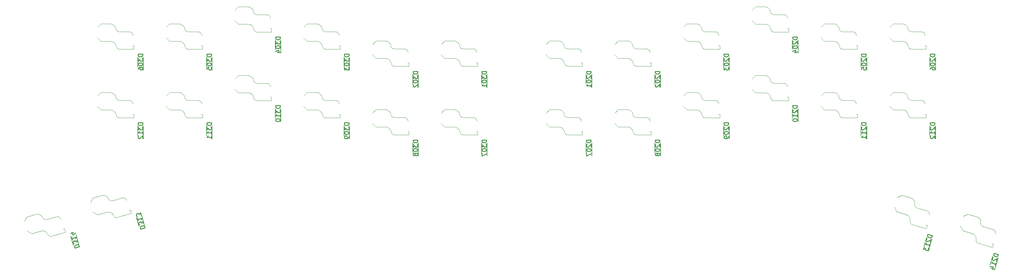
<source format=gbr>
%TF.GenerationSoftware,KiCad,Pcbnew,8.0.0*%
%TF.CreationDate,2024-03-10T10:49:14-04:00*%
%TF.ProjectId,Kiwi MKIII,4b697769-204d-44b4-9949-492e6b696361,rev?*%
%TF.SameCoordinates,Original*%
%TF.FileFunction,Legend,Bot*%
%TF.FilePolarity,Positive*%
%FSLAX46Y46*%
G04 Gerber Fmt 4.6, Leading zero omitted, Abs format (unit mm)*
G04 Created by KiCad (PCBNEW 8.0.0) date 2024-03-10 10:49:14*
%MOMM*%
%LPD*%
G01*
G04 APERTURE LIST*
%ADD10C,0.254000*%
%ADD11C,0.120000*%
%ADD12C,0.200000*%
G04 APERTURE END LIST*
D10*
X252653618Y-141358294D02*
X251383618Y-141358294D01*
X251383618Y-141358294D02*
X251383618Y-141660675D01*
X251383618Y-141660675D02*
X251444094Y-141842104D01*
X251444094Y-141842104D02*
X251565046Y-141963056D01*
X251565046Y-141963056D02*
X251685999Y-142023533D01*
X251685999Y-142023533D02*
X251927903Y-142084009D01*
X251927903Y-142084009D02*
X252109332Y-142084009D01*
X252109332Y-142084009D02*
X252351237Y-142023533D01*
X252351237Y-142023533D02*
X252472189Y-141963056D01*
X252472189Y-141963056D02*
X252593142Y-141842104D01*
X252593142Y-141842104D02*
X252653618Y-141660675D01*
X252653618Y-141660675D02*
X252653618Y-141358294D01*
X251504570Y-142567818D02*
X251444094Y-142628294D01*
X251444094Y-142628294D02*
X251383618Y-142749247D01*
X251383618Y-142749247D02*
X251383618Y-143051628D01*
X251383618Y-143051628D02*
X251444094Y-143172580D01*
X251444094Y-143172580D02*
X251504570Y-143233056D01*
X251504570Y-143233056D02*
X251625522Y-143293533D01*
X251625522Y-143293533D02*
X251746475Y-143293533D01*
X251746475Y-143293533D02*
X251927903Y-143233056D01*
X251927903Y-143233056D02*
X252653618Y-142507342D01*
X252653618Y-142507342D02*
X252653618Y-143293533D01*
X251383618Y-144079723D02*
X251383618Y-144200676D01*
X251383618Y-144200676D02*
X251444094Y-144321628D01*
X251444094Y-144321628D02*
X251504570Y-144382104D01*
X251504570Y-144382104D02*
X251625522Y-144442580D01*
X251625522Y-144442580D02*
X251867427Y-144503057D01*
X251867427Y-144503057D02*
X252169808Y-144503057D01*
X252169808Y-144503057D02*
X252411713Y-144442580D01*
X252411713Y-144442580D02*
X252532665Y-144382104D01*
X252532665Y-144382104D02*
X252593142Y-144321628D01*
X252593142Y-144321628D02*
X252653618Y-144200676D01*
X252653618Y-144200676D02*
X252653618Y-144079723D01*
X252653618Y-144079723D02*
X252593142Y-143958771D01*
X252593142Y-143958771D02*
X252532665Y-143898295D01*
X252532665Y-143898295D02*
X252411713Y-143837818D01*
X252411713Y-143837818D02*
X252169808Y-143777342D01*
X252169808Y-143777342D02*
X251867427Y-143777342D01*
X251867427Y-143777342D02*
X251625522Y-143837818D01*
X251625522Y-143837818D02*
X251504570Y-143898295D01*
X251504570Y-143898295D02*
X251444094Y-143958771D01*
X251444094Y-143958771D02*
X251383618Y-144079723D01*
X251927903Y-145228771D02*
X251867427Y-145107819D01*
X251867427Y-145107819D02*
X251806951Y-145047342D01*
X251806951Y-145047342D02*
X251685999Y-144986866D01*
X251685999Y-144986866D02*
X251625522Y-144986866D01*
X251625522Y-144986866D02*
X251504570Y-145047342D01*
X251504570Y-145047342D02*
X251444094Y-145107819D01*
X251444094Y-145107819D02*
X251383618Y-145228771D01*
X251383618Y-145228771D02*
X251383618Y-145470676D01*
X251383618Y-145470676D02*
X251444094Y-145591628D01*
X251444094Y-145591628D02*
X251504570Y-145652104D01*
X251504570Y-145652104D02*
X251625522Y-145712581D01*
X251625522Y-145712581D02*
X251685999Y-145712581D01*
X251685999Y-145712581D02*
X251806951Y-145652104D01*
X251806951Y-145652104D02*
X251867427Y-145591628D01*
X251867427Y-145591628D02*
X251927903Y-145470676D01*
X251927903Y-145470676D02*
X251927903Y-145228771D01*
X251927903Y-145228771D02*
X251988380Y-145107819D01*
X251988380Y-145107819D02*
X252048856Y-145047342D01*
X252048856Y-145047342D02*
X252169808Y-144986866D01*
X252169808Y-144986866D02*
X252411713Y-144986866D01*
X252411713Y-144986866D02*
X252532665Y-145047342D01*
X252532665Y-145047342D02*
X252593142Y-145107819D01*
X252593142Y-145107819D02*
X252653618Y-145228771D01*
X252653618Y-145228771D02*
X252653618Y-145470676D01*
X252653618Y-145470676D02*
X252593142Y-145591628D01*
X252593142Y-145591628D02*
X252532665Y-145652104D01*
X252532665Y-145652104D02*
X252411713Y-145712581D01*
X252411713Y-145712581D02*
X252169808Y-145712581D01*
X252169808Y-145712581D02*
X252048856Y-145652104D01*
X252048856Y-145652104D02*
X251988380Y-145591628D01*
X251988380Y-145591628D02*
X251927903Y-145470676D01*
X328853618Y-117545794D02*
X327583618Y-117545794D01*
X327583618Y-117545794D02*
X327583618Y-117848175D01*
X327583618Y-117848175D02*
X327644094Y-118029604D01*
X327644094Y-118029604D02*
X327765046Y-118150556D01*
X327765046Y-118150556D02*
X327885999Y-118211033D01*
X327885999Y-118211033D02*
X328127903Y-118271509D01*
X328127903Y-118271509D02*
X328309332Y-118271509D01*
X328309332Y-118271509D02*
X328551237Y-118211033D01*
X328551237Y-118211033D02*
X328672189Y-118150556D01*
X328672189Y-118150556D02*
X328793142Y-118029604D01*
X328793142Y-118029604D02*
X328853618Y-117848175D01*
X328853618Y-117848175D02*
X328853618Y-117545794D01*
X327704570Y-118755318D02*
X327644094Y-118815794D01*
X327644094Y-118815794D02*
X327583618Y-118936747D01*
X327583618Y-118936747D02*
X327583618Y-119239128D01*
X327583618Y-119239128D02*
X327644094Y-119360080D01*
X327644094Y-119360080D02*
X327704570Y-119420556D01*
X327704570Y-119420556D02*
X327825522Y-119481033D01*
X327825522Y-119481033D02*
X327946475Y-119481033D01*
X327946475Y-119481033D02*
X328127903Y-119420556D01*
X328127903Y-119420556D02*
X328853618Y-118694842D01*
X328853618Y-118694842D02*
X328853618Y-119481033D01*
X327583618Y-120267223D02*
X327583618Y-120388176D01*
X327583618Y-120388176D02*
X327644094Y-120509128D01*
X327644094Y-120509128D02*
X327704570Y-120569604D01*
X327704570Y-120569604D02*
X327825522Y-120630080D01*
X327825522Y-120630080D02*
X328067427Y-120690557D01*
X328067427Y-120690557D02*
X328369808Y-120690557D01*
X328369808Y-120690557D02*
X328611713Y-120630080D01*
X328611713Y-120630080D02*
X328732665Y-120569604D01*
X328732665Y-120569604D02*
X328793142Y-120509128D01*
X328793142Y-120509128D02*
X328853618Y-120388176D01*
X328853618Y-120388176D02*
X328853618Y-120267223D01*
X328853618Y-120267223D02*
X328793142Y-120146271D01*
X328793142Y-120146271D02*
X328732665Y-120085795D01*
X328732665Y-120085795D02*
X328611713Y-120025318D01*
X328611713Y-120025318D02*
X328369808Y-119964842D01*
X328369808Y-119964842D02*
X328067427Y-119964842D01*
X328067427Y-119964842D02*
X327825522Y-120025318D01*
X327825522Y-120025318D02*
X327704570Y-120085795D01*
X327704570Y-120085795D02*
X327644094Y-120146271D01*
X327644094Y-120146271D02*
X327583618Y-120267223D01*
X327583618Y-121779128D02*
X327583618Y-121537223D01*
X327583618Y-121537223D02*
X327644094Y-121416271D01*
X327644094Y-121416271D02*
X327704570Y-121355795D01*
X327704570Y-121355795D02*
X327885999Y-121234842D01*
X327885999Y-121234842D02*
X328127903Y-121174366D01*
X328127903Y-121174366D02*
X328611713Y-121174366D01*
X328611713Y-121174366D02*
X328732665Y-121234842D01*
X328732665Y-121234842D02*
X328793142Y-121295319D01*
X328793142Y-121295319D02*
X328853618Y-121416271D01*
X328853618Y-121416271D02*
X328853618Y-121658176D01*
X328853618Y-121658176D02*
X328793142Y-121779128D01*
X328793142Y-121779128D02*
X328732665Y-121839604D01*
X328732665Y-121839604D02*
X328611713Y-121900081D01*
X328611713Y-121900081D02*
X328309332Y-121900081D01*
X328309332Y-121900081D02*
X328188380Y-121839604D01*
X328188380Y-121839604D02*
X328127903Y-121779128D01*
X328127903Y-121779128D02*
X328067427Y-121658176D01*
X328067427Y-121658176D02*
X328067427Y-121416271D01*
X328067427Y-121416271D02*
X328127903Y-121295319D01*
X328127903Y-121295319D02*
X328188380Y-121234842D01*
X328188380Y-121234842D02*
X328309332Y-121174366D01*
X166503618Y-136595794D02*
X165233618Y-136595794D01*
X165233618Y-136595794D02*
X165233618Y-136898175D01*
X165233618Y-136898175D02*
X165294094Y-137079604D01*
X165294094Y-137079604D02*
X165415046Y-137200556D01*
X165415046Y-137200556D02*
X165535999Y-137261033D01*
X165535999Y-137261033D02*
X165777903Y-137321509D01*
X165777903Y-137321509D02*
X165959332Y-137321509D01*
X165959332Y-137321509D02*
X166201237Y-137261033D01*
X166201237Y-137261033D02*
X166322189Y-137200556D01*
X166322189Y-137200556D02*
X166443142Y-137079604D01*
X166443142Y-137079604D02*
X166503618Y-136898175D01*
X166503618Y-136898175D02*
X166503618Y-136595794D01*
X165233618Y-137744842D02*
X165233618Y-138531033D01*
X165233618Y-138531033D02*
X165717427Y-138107699D01*
X165717427Y-138107699D02*
X165717427Y-138289128D01*
X165717427Y-138289128D02*
X165777903Y-138410080D01*
X165777903Y-138410080D02*
X165838380Y-138470556D01*
X165838380Y-138470556D02*
X165959332Y-138531033D01*
X165959332Y-138531033D02*
X166261713Y-138531033D01*
X166261713Y-138531033D02*
X166382665Y-138470556D01*
X166382665Y-138470556D02*
X166443142Y-138410080D01*
X166443142Y-138410080D02*
X166503618Y-138289128D01*
X166503618Y-138289128D02*
X166503618Y-137926271D01*
X166503618Y-137926271D02*
X166443142Y-137805318D01*
X166443142Y-137805318D02*
X166382665Y-137744842D01*
X165233618Y-139317223D02*
X165233618Y-139438176D01*
X165233618Y-139438176D02*
X165294094Y-139559128D01*
X165294094Y-139559128D02*
X165354570Y-139619604D01*
X165354570Y-139619604D02*
X165475522Y-139680080D01*
X165475522Y-139680080D02*
X165717427Y-139740557D01*
X165717427Y-139740557D02*
X166019808Y-139740557D01*
X166019808Y-139740557D02*
X166261713Y-139680080D01*
X166261713Y-139680080D02*
X166382665Y-139619604D01*
X166382665Y-139619604D02*
X166443142Y-139559128D01*
X166443142Y-139559128D02*
X166503618Y-139438176D01*
X166503618Y-139438176D02*
X166503618Y-139317223D01*
X166503618Y-139317223D02*
X166443142Y-139196271D01*
X166443142Y-139196271D02*
X166382665Y-139135795D01*
X166382665Y-139135795D02*
X166261713Y-139075318D01*
X166261713Y-139075318D02*
X166019808Y-139014842D01*
X166019808Y-139014842D02*
X165717427Y-139014842D01*
X165717427Y-139014842D02*
X165475522Y-139075318D01*
X165475522Y-139075318D02*
X165354570Y-139135795D01*
X165354570Y-139135795D02*
X165294094Y-139196271D01*
X165294094Y-139196271D02*
X165233618Y-139317223D01*
X166503618Y-140345319D02*
X166503618Y-140587223D01*
X166503618Y-140587223D02*
X166443142Y-140708176D01*
X166443142Y-140708176D02*
X166382665Y-140768652D01*
X166382665Y-140768652D02*
X166201237Y-140889604D01*
X166201237Y-140889604D02*
X165959332Y-140950081D01*
X165959332Y-140950081D02*
X165475522Y-140950081D01*
X165475522Y-140950081D02*
X165354570Y-140889604D01*
X165354570Y-140889604D02*
X165294094Y-140829128D01*
X165294094Y-140829128D02*
X165233618Y-140708176D01*
X165233618Y-140708176D02*
X165233618Y-140466271D01*
X165233618Y-140466271D02*
X165294094Y-140345319D01*
X165294094Y-140345319D02*
X165354570Y-140284842D01*
X165354570Y-140284842D02*
X165475522Y-140224366D01*
X165475522Y-140224366D02*
X165777903Y-140224366D01*
X165777903Y-140224366D02*
X165898856Y-140284842D01*
X165898856Y-140284842D02*
X165959332Y-140345319D01*
X165959332Y-140345319D02*
X166019808Y-140466271D01*
X166019808Y-140466271D02*
X166019808Y-140708176D01*
X166019808Y-140708176D02*
X165959332Y-140829128D01*
X165959332Y-140829128D02*
X165898856Y-140889604D01*
X165898856Y-140889604D02*
X165777903Y-140950081D01*
X204603618Y-122308294D02*
X203333618Y-122308294D01*
X203333618Y-122308294D02*
X203333618Y-122610675D01*
X203333618Y-122610675D02*
X203394094Y-122792104D01*
X203394094Y-122792104D02*
X203515046Y-122913056D01*
X203515046Y-122913056D02*
X203635999Y-122973533D01*
X203635999Y-122973533D02*
X203877903Y-123034009D01*
X203877903Y-123034009D02*
X204059332Y-123034009D01*
X204059332Y-123034009D02*
X204301237Y-122973533D01*
X204301237Y-122973533D02*
X204422189Y-122913056D01*
X204422189Y-122913056D02*
X204543142Y-122792104D01*
X204543142Y-122792104D02*
X204603618Y-122610675D01*
X204603618Y-122610675D02*
X204603618Y-122308294D01*
X203333618Y-123457342D02*
X203333618Y-124243533D01*
X203333618Y-124243533D02*
X203817427Y-123820199D01*
X203817427Y-123820199D02*
X203817427Y-124001628D01*
X203817427Y-124001628D02*
X203877903Y-124122580D01*
X203877903Y-124122580D02*
X203938380Y-124183056D01*
X203938380Y-124183056D02*
X204059332Y-124243533D01*
X204059332Y-124243533D02*
X204361713Y-124243533D01*
X204361713Y-124243533D02*
X204482665Y-124183056D01*
X204482665Y-124183056D02*
X204543142Y-124122580D01*
X204543142Y-124122580D02*
X204603618Y-124001628D01*
X204603618Y-124001628D02*
X204603618Y-123638771D01*
X204603618Y-123638771D02*
X204543142Y-123517818D01*
X204543142Y-123517818D02*
X204482665Y-123457342D01*
X203333618Y-125029723D02*
X203333618Y-125150676D01*
X203333618Y-125150676D02*
X203394094Y-125271628D01*
X203394094Y-125271628D02*
X203454570Y-125332104D01*
X203454570Y-125332104D02*
X203575522Y-125392580D01*
X203575522Y-125392580D02*
X203817427Y-125453057D01*
X203817427Y-125453057D02*
X204119808Y-125453057D01*
X204119808Y-125453057D02*
X204361713Y-125392580D01*
X204361713Y-125392580D02*
X204482665Y-125332104D01*
X204482665Y-125332104D02*
X204543142Y-125271628D01*
X204543142Y-125271628D02*
X204603618Y-125150676D01*
X204603618Y-125150676D02*
X204603618Y-125029723D01*
X204603618Y-125029723D02*
X204543142Y-124908771D01*
X204543142Y-124908771D02*
X204482665Y-124848295D01*
X204482665Y-124848295D02*
X204361713Y-124787818D01*
X204361713Y-124787818D02*
X204119808Y-124727342D01*
X204119808Y-124727342D02*
X203817427Y-124727342D01*
X203817427Y-124727342D02*
X203575522Y-124787818D01*
X203575522Y-124787818D02*
X203454570Y-124848295D01*
X203454570Y-124848295D02*
X203394094Y-124908771D01*
X203394094Y-124908771D02*
X203333618Y-125029723D01*
X204603618Y-126662581D02*
X204603618Y-125936866D01*
X204603618Y-126299723D02*
X203333618Y-126299723D01*
X203333618Y-126299723D02*
X203515046Y-126178771D01*
X203515046Y-126178771D02*
X203635999Y-126057819D01*
X203635999Y-126057819D02*
X203696475Y-125936866D01*
X147453618Y-131833294D02*
X146183618Y-131833294D01*
X146183618Y-131833294D02*
X146183618Y-132135675D01*
X146183618Y-132135675D02*
X146244094Y-132317104D01*
X146244094Y-132317104D02*
X146365046Y-132438056D01*
X146365046Y-132438056D02*
X146485999Y-132498533D01*
X146485999Y-132498533D02*
X146727903Y-132559009D01*
X146727903Y-132559009D02*
X146909332Y-132559009D01*
X146909332Y-132559009D02*
X147151237Y-132498533D01*
X147151237Y-132498533D02*
X147272189Y-132438056D01*
X147272189Y-132438056D02*
X147393142Y-132317104D01*
X147393142Y-132317104D02*
X147453618Y-132135675D01*
X147453618Y-132135675D02*
X147453618Y-131833294D01*
X146183618Y-132982342D02*
X146183618Y-133768533D01*
X146183618Y-133768533D02*
X146667427Y-133345199D01*
X146667427Y-133345199D02*
X146667427Y-133526628D01*
X146667427Y-133526628D02*
X146727903Y-133647580D01*
X146727903Y-133647580D02*
X146788380Y-133708056D01*
X146788380Y-133708056D02*
X146909332Y-133768533D01*
X146909332Y-133768533D02*
X147211713Y-133768533D01*
X147211713Y-133768533D02*
X147332665Y-133708056D01*
X147332665Y-133708056D02*
X147393142Y-133647580D01*
X147393142Y-133647580D02*
X147453618Y-133526628D01*
X147453618Y-133526628D02*
X147453618Y-133163771D01*
X147453618Y-133163771D02*
X147393142Y-133042818D01*
X147393142Y-133042818D02*
X147332665Y-132982342D01*
X147453618Y-134978057D02*
X147453618Y-134252342D01*
X147453618Y-134615199D02*
X146183618Y-134615199D01*
X146183618Y-134615199D02*
X146365046Y-134494247D01*
X146365046Y-134494247D02*
X146485999Y-134373295D01*
X146485999Y-134373295D02*
X146546475Y-134252342D01*
X146183618Y-135764247D02*
X146183618Y-135885200D01*
X146183618Y-135885200D02*
X146244094Y-136006152D01*
X146244094Y-136006152D02*
X146304570Y-136066628D01*
X146304570Y-136066628D02*
X146425522Y-136127104D01*
X146425522Y-136127104D02*
X146667427Y-136187581D01*
X146667427Y-136187581D02*
X146969808Y-136187581D01*
X146969808Y-136187581D02*
X147211713Y-136127104D01*
X147211713Y-136127104D02*
X147332665Y-136066628D01*
X147332665Y-136066628D02*
X147393142Y-136006152D01*
X147393142Y-136006152D02*
X147453618Y-135885200D01*
X147453618Y-135885200D02*
X147453618Y-135764247D01*
X147453618Y-135764247D02*
X147393142Y-135643295D01*
X147393142Y-135643295D02*
X147332665Y-135582819D01*
X147332665Y-135582819D02*
X147211713Y-135522342D01*
X147211713Y-135522342D02*
X146969808Y-135461866D01*
X146969808Y-135461866D02*
X146667427Y-135461866D01*
X146667427Y-135461866D02*
X146425522Y-135522342D01*
X146425522Y-135522342D02*
X146304570Y-135582819D01*
X146304570Y-135582819D02*
X146244094Y-135643295D01*
X146244094Y-135643295D02*
X146183618Y-135764247D01*
X109353618Y-136595794D02*
X108083618Y-136595794D01*
X108083618Y-136595794D02*
X108083618Y-136898175D01*
X108083618Y-136898175D02*
X108144094Y-137079604D01*
X108144094Y-137079604D02*
X108265046Y-137200556D01*
X108265046Y-137200556D02*
X108385999Y-137261033D01*
X108385999Y-137261033D02*
X108627903Y-137321509D01*
X108627903Y-137321509D02*
X108809332Y-137321509D01*
X108809332Y-137321509D02*
X109051237Y-137261033D01*
X109051237Y-137261033D02*
X109172189Y-137200556D01*
X109172189Y-137200556D02*
X109293142Y-137079604D01*
X109293142Y-137079604D02*
X109353618Y-136898175D01*
X109353618Y-136898175D02*
X109353618Y-136595794D01*
X108083618Y-137744842D02*
X108083618Y-138531033D01*
X108083618Y-138531033D02*
X108567427Y-138107699D01*
X108567427Y-138107699D02*
X108567427Y-138289128D01*
X108567427Y-138289128D02*
X108627903Y-138410080D01*
X108627903Y-138410080D02*
X108688380Y-138470556D01*
X108688380Y-138470556D02*
X108809332Y-138531033D01*
X108809332Y-138531033D02*
X109111713Y-138531033D01*
X109111713Y-138531033D02*
X109232665Y-138470556D01*
X109232665Y-138470556D02*
X109293142Y-138410080D01*
X109293142Y-138410080D02*
X109353618Y-138289128D01*
X109353618Y-138289128D02*
X109353618Y-137926271D01*
X109353618Y-137926271D02*
X109293142Y-137805318D01*
X109293142Y-137805318D02*
X109232665Y-137744842D01*
X109353618Y-139740557D02*
X109353618Y-139014842D01*
X109353618Y-139377699D02*
X108083618Y-139377699D01*
X108083618Y-139377699D02*
X108265046Y-139256747D01*
X108265046Y-139256747D02*
X108385999Y-139135795D01*
X108385999Y-139135795D02*
X108446475Y-139014842D01*
X108204570Y-140224366D02*
X108144094Y-140284842D01*
X108144094Y-140284842D02*
X108083618Y-140405795D01*
X108083618Y-140405795D02*
X108083618Y-140708176D01*
X108083618Y-140708176D02*
X108144094Y-140829128D01*
X108144094Y-140829128D02*
X108204570Y-140889604D01*
X108204570Y-140889604D02*
X108325522Y-140950081D01*
X108325522Y-140950081D02*
X108446475Y-140950081D01*
X108446475Y-140950081D02*
X108627903Y-140889604D01*
X108627903Y-140889604D02*
X109353618Y-140163890D01*
X109353618Y-140163890D02*
X109353618Y-140950081D01*
X309803618Y-136595794D02*
X308533618Y-136595794D01*
X308533618Y-136595794D02*
X308533618Y-136898175D01*
X308533618Y-136898175D02*
X308594094Y-137079604D01*
X308594094Y-137079604D02*
X308715046Y-137200556D01*
X308715046Y-137200556D02*
X308835999Y-137261033D01*
X308835999Y-137261033D02*
X309077903Y-137321509D01*
X309077903Y-137321509D02*
X309259332Y-137321509D01*
X309259332Y-137321509D02*
X309501237Y-137261033D01*
X309501237Y-137261033D02*
X309622189Y-137200556D01*
X309622189Y-137200556D02*
X309743142Y-137079604D01*
X309743142Y-137079604D02*
X309803618Y-136898175D01*
X309803618Y-136898175D02*
X309803618Y-136595794D01*
X308654570Y-137805318D02*
X308594094Y-137865794D01*
X308594094Y-137865794D02*
X308533618Y-137986747D01*
X308533618Y-137986747D02*
X308533618Y-138289128D01*
X308533618Y-138289128D02*
X308594094Y-138410080D01*
X308594094Y-138410080D02*
X308654570Y-138470556D01*
X308654570Y-138470556D02*
X308775522Y-138531033D01*
X308775522Y-138531033D02*
X308896475Y-138531033D01*
X308896475Y-138531033D02*
X309077903Y-138470556D01*
X309077903Y-138470556D02*
X309803618Y-137744842D01*
X309803618Y-137744842D02*
X309803618Y-138531033D01*
X309803618Y-139740557D02*
X309803618Y-139014842D01*
X309803618Y-139377699D02*
X308533618Y-139377699D01*
X308533618Y-139377699D02*
X308715046Y-139256747D01*
X308715046Y-139256747D02*
X308835999Y-139135795D01*
X308835999Y-139135795D02*
X308896475Y-139014842D01*
X309803618Y-140950081D02*
X309803618Y-140224366D01*
X309803618Y-140587223D02*
X308533618Y-140587223D01*
X308533618Y-140587223D02*
X308715046Y-140466271D01*
X308715046Y-140466271D02*
X308835999Y-140345319D01*
X308835999Y-140345319D02*
X308896475Y-140224366D01*
X233603618Y-122308294D02*
X232333618Y-122308294D01*
X232333618Y-122308294D02*
X232333618Y-122610675D01*
X232333618Y-122610675D02*
X232394094Y-122792104D01*
X232394094Y-122792104D02*
X232515046Y-122913056D01*
X232515046Y-122913056D02*
X232635999Y-122973533D01*
X232635999Y-122973533D02*
X232877903Y-123034009D01*
X232877903Y-123034009D02*
X233059332Y-123034009D01*
X233059332Y-123034009D02*
X233301237Y-122973533D01*
X233301237Y-122973533D02*
X233422189Y-122913056D01*
X233422189Y-122913056D02*
X233543142Y-122792104D01*
X233543142Y-122792104D02*
X233603618Y-122610675D01*
X233603618Y-122610675D02*
X233603618Y-122308294D01*
X232454570Y-123517818D02*
X232394094Y-123578294D01*
X232394094Y-123578294D02*
X232333618Y-123699247D01*
X232333618Y-123699247D02*
X232333618Y-124001628D01*
X232333618Y-124001628D02*
X232394094Y-124122580D01*
X232394094Y-124122580D02*
X232454570Y-124183056D01*
X232454570Y-124183056D02*
X232575522Y-124243533D01*
X232575522Y-124243533D02*
X232696475Y-124243533D01*
X232696475Y-124243533D02*
X232877903Y-124183056D01*
X232877903Y-124183056D02*
X233603618Y-123457342D01*
X233603618Y-123457342D02*
X233603618Y-124243533D01*
X232333618Y-125029723D02*
X232333618Y-125150676D01*
X232333618Y-125150676D02*
X232394094Y-125271628D01*
X232394094Y-125271628D02*
X232454570Y-125332104D01*
X232454570Y-125332104D02*
X232575522Y-125392580D01*
X232575522Y-125392580D02*
X232817427Y-125453057D01*
X232817427Y-125453057D02*
X233119808Y-125453057D01*
X233119808Y-125453057D02*
X233361713Y-125392580D01*
X233361713Y-125392580D02*
X233482665Y-125332104D01*
X233482665Y-125332104D02*
X233543142Y-125271628D01*
X233543142Y-125271628D02*
X233603618Y-125150676D01*
X233603618Y-125150676D02*
X233603618Y-125029723D01*
X233603618Y-125029723D02*
X233543142Y-124908771D01*
X233543142Y-124908771D02*
X233482665Y-124848295D01*
X233482665Y-124848295D02*
X233361713Y-124787818D01*
X233361713Y-124787818D02*
X233119808Y-124727342D01*
X233119808Y-124727342D02*
X232817427Y-124727342D01*
X232817427Y-124727342D02*
X232575522Y-124787818D01*
X232575522Y-124787818D02*
X232454570Y-124848295D01*
X232454570Y-124848295D02*
X232394094Y-124908771D01*
X232394094Y-124908771D02*
X232333618Y-125029723D01*
X233603618Y-126662581D02*
X233603618Y-125936866D01*
X233603618Y-126299723D02*
X232333618Y-126299723D01*
X232333618Y-126299723D02*
X232515046Y-126178771D01*
X232515046Y-126178771D02*
X232635999Y-126057819D01*
X232635999Y-126057819D02*
X232696475Y-125936866D01*
X271703618Y-117545794D02*
X270433618Y-117545794D01*
X270433618Y-117545794D02*
X270433618Y-117848175D01*
X270433618Y-117848175D02*
X270494094Y-118029604D01*
X270494094Y-118029604D02*
X270615046Y-118150556D01*
X270615046Y-118150556D02*
X270735999Y-118211033D01*
X270735999Y-118211033D02*
X270977903Y-118271509D01*
X270977903Y-118271509D02*
X271159332Y-118271509D01*
X271159332Y-118271509D02*
X271401237Y-118211033D01*
X271401237Y-118211033D02*
X271522189Y-118150556D01*
X271522189Y-118150556D02*
X271643142Y-118029604D01*
X271643142Y-118029604D02*
X271703618Y-117848175D01*
X271703618Y-117848175D02*
X271703618Y-117545794D01*
X270554570Y-118755318D02*
X270494094Y-118815794D01*
X270494094Y-118815794D02*
X270433618Y-118936747D01*
X270433618Y-118936747D02*
X270433618Y-119239128D01*
X270433618Y-119239128D02*
X270494094Y-119360080D01*
X270494094Y-119360080D02*
X270554570Y-119420556D01*
X270554570Y-119420556D02*
X270675522Y-119481033D01*
X270675522Y-119481033D02*
X270796475Y-119481033D01*
X270796475Y-119481033D02*
X270977903Y-119420556D01*
X270977903Y-119420556D02*
X271703618Y-118694842D01*
X271703618Y-118694842D02*
X271703618Y-119481033D01*
X270433618Y-120267223D02*
X270433618Y-120388176D01*
X270433618Y-120388176D02*
X270494094Y-120509128D01*
X270494094Y-120509128D02*
X270554570Y-120569604D01*
X270554570Y-120569604D02*
X270675522Y-120630080D01*
X270675522Y-120630080D02*
X270917427Y-120690557D01*
X270917427Y-120690557D02*
X271219808Y-120690557D01*
X271219808Y-120690557D02*
X271461713Y-120630080D01*
X271461713Y-120630080D02*
X271582665Y-120569604D01*
X271582665Y-120569604D02*
X271643142Y-120509128D01*
X271643142Y-120509128D02*
X271703618Y-120388176D01*
X271703618Y-120388176D02*
X271703618Y-120267223D01*
X271703618Y-120267223D02*
X271643142Y-120146271D01*
X271643142Y-120146271D02*
X271582665Y-120085795D01*
X271582665Y-120085795D02*
X271461713Y-120025318D01*
X271461713Y-120025318D02*
X271219808Y-119964842D01*
X271219808Y-119964842D02*
X270917427Y-119964842D01*
X270917427Y-119964842D02*
X270675522Y-120025318D01*
X270675522Y-120025318D02*
X270554570Y-120085795D01*
X270554570Y-120085795D02*
X270494094Y-120146271D01*
X270494094Y-120146271D02*
X270433618Y-120267223D01*
X270433618Y-121113890D02*
X270433618Y-121900081D01*
X270433618Y-121900081D02*
X270917427Y-121476747D01*
X270917427Y-121476747D02*
X270917427Y-121658176D01*
X270917427Y-121658176D02*
X270977903Y-121779128D01*
X270977903Y-121779128D02*
X271038380Y-121839604D01*
X271038380Y-121839604D02*
X271159332Y-121900081D01*
X271159332Y-121900081D02*
X271461713Y-121900081D01*
X271461713Y-121900081D02*
X271582665Y-121839604D01*
X271582665Y-121839604D02*
X271643142Y-121779128D01*
X271643142Y-121779128D02*
X271703618Y-121658176D01*
X271703618Y-121658176D02*
X271703618Y-121295319D01*
X271703618Y-121295319D02*
X271643142Y-121174366D01*
X271643142Y-121174366D02*
X271582665Y-121113890D01*
X90555025Y-171326851D02*
X91775827Y-170976791D01*
X91775827Y-170976791D02*
X91692480Y-170686124D01*
X91692480Y-170686124D02*
X91584338Y-170528393D01*
X91584338Y-170528393D02*
X91434732Y-170445465D01*
X91434732Y-170445465D02*
X91301795Y-170420671D01*
X91301795Y-170420671D02*
X91052592Y-170429215D01*
X91052592Y-170429215D02*
X90878192Y-170479224D01*
X90878192Y-170479224D02*
X90662327Y-170604035D01*
X90662327Y-170604035D02*
X90562730Y-170695508D01*
X90562730Y-170695508D02*
X90479802Y-170845114D01*
X90479802Y-170845114D02*
X90471677Y-171036183D01*
X90471677Y-171036183D02*
X90555025Y-171326851D01*
X91459107Y-169872256D02*
X91242403Y-169116521D01*
X91242403Y-169116521D02*
X90894022Y-169656811D01*
X90894022Y-169656811D02*
X90844014Y-169482411D01*
X90844014Y-169482411D02*
X90752541Y-169382813D01*
X90752541Y-169382813D02*
X90677738Y-169341349D01*
X90677738Y-169341349D02*
X90544802Y-169316555D01*
X90544802Y-169316555D02*
X90254135Y-169399902D01*
X90254135Y-169399902D02*
X90154537Y-169491375D01*
X90154537Y-169491375D02*
X90113073Y-169566178D01*
X90113073Y-169566178D02*
X90088279Y-169699114D01*
X90088279Y-169699114D02*
X90188296Y-170047915D01*
X90188296Y-170047915D02*
X90279768Y-170147512D01*
X90279768Y-170147512D02*
X90354571Y-170188976D01*
X89688211Y-168303911D02*
X89888245Y-169001513D01*
X89788228Y-168652712D02*
X91009030Y-168302653D01*
X91009030Y-168302653D02*
X90867969Y-168468928D01*
X90867969Y-168468928D02*
X90785041Y-168618534D01*
X90785041Y-168618534D02*
X90760246Y-168751470D01*
X90202028Y-167024136D02*
X89388160Y-167257509D01*
X90750443Y-167181447D02*
X89961789Y-167722157D01*
X89961789Y-167722157D02*
X89745085Y-166966422D01*
X147453618Y-112783294D02*
X146183618Y-112783294D01*
X146183618Y-112783294D02*
X146183618Y-113085675D01*
X146183618Y-113085675D02*
X146244094Y-113267104D01*
X146244094Y-113267104D02*
X146365046Y-113388056D01*
X146365046Y-113388056D02*
X146485999Y-113448533D01*
X146485999Y-113448533D02*
X146727903Y-113509009D01*
X146727903Y-113509009D02*
X146909332Y-113509009D01*
X146909332Y-113509009D02*
X147151237Y-113448533D01*
X147151237Y-113448533D02*
X147272189Y-113388056D01*
X147272189Y-113388056D02*
X147393142Y-113267104D01*
X147393142Y-113267104D02*
X147453618Y-113085675D01*
X147453618Y-113085675D02*
X147453618Y-112783294D01*
X146183618Y-113932342D02*
X146183618Y-114718533D01*
X146183618Y-114718533D02*
X146667427Y-114295199D01*
X146667427Y-114295199D02*
X146667427Y-114476628D01*
X146667427Y-114476628D02*
X146727903Y-114597580D01*
X146727903Y-114597580D02*
X146788380Y-114658056D01*
X146788380Y-114658056D02*
X146909332Y-114718533D01*
X146909332Y-114718533D02*
X147211713Y-114718533D01*
X147211713Y-114718533D02*
X147332665Y-114658056D01*
X147332665Y-114658056D02*
X147393142Y-114597580D01*
X147393142Y-114597580D02*
X147453618Y-114476628D01*
X147453618Y-114476628D02*
X147453618Y-114113771D01*
X147453618Y-114113771D02*
X147393142Y-113992818D01*
X147393142Y-113992818D02*
X147332665Y-113932342D01*
X146183618Y-115504723D02*
X146183618Y-115625676D01*
X146183618Y-115625676D02*
X146244094Y-115746628D01*
X146244094Y-115746628D02*
X146304570Y-115807104D01*
X146304570Y-115807104D02*
X146425522Y-115867580D01*
X146425522Y-115867580D02*
X146667427Y-115928057D01*
X146667427Y-115928057D02*
X146969808Y-115928057D01*
X146969808Y-115928057D02*
X147211713Y-115867580D01*
X147211713Y-115867580D02*
X147332665Y-115807104D01*
X147332665Y-115807104D02*
X147393142Y-115746628D01*
X147393142Y-115746628D02*
X147453618Y-115625676D01*
X147453618Y-115625676D02*
X147453618Y-115504723D01*
X147453618Y-115504723D02*
X147393142Y-115383771D01*
X147393142Y-115383771D02*
X147332665Y-115323295D01*
X147332665Y-115323295D02*
X147211713Y-115262818D01*
X147211713Y-115262818D02*
X146969808Y-115202342D01*
X146969808Y-115202342D02*
X146667427Y-115202342D01*
X146667427Y-115202342D02*
X146425522Y-115262818D01*
X146425522Y-115262818D02*
X146304570Y-115323295D01*
X146304570Y-115323295D02*
X146244094Y-115383771D01*
X146244094Y-115383771D02*
X146183618Y-115504723D01*
X146606951Y-117016628D02*
X147453618Y-117016628D01*
X146123142Y-116714247D02*
X147030284Y-116411866D01*
X147030284Y-116411866D02*
X147030284Y-117198057D01*
X252653618Y-122308294D02*
X251383618Y-122308294D01*
X251383618Y-122308294D02*
X251383618Y-122610675D01*
X251383618Y-122610675D02*
X251444094Y-122792104D01*
X251444094Y-122792104D02*
X251565046Y-122913056D01*
X251565046Y-122913056D02*
X251685999Y-122973533D01*
X251685999Y-122973533D02*
X251927903Y-123034009D01*
X251927903Y-123034009D02*
X252109332Y-123034009D01*
X252109332Y-123034009D02*
X252351237Y-122973533D01*
X252351237Y-122973533D02*
X252472189Y-122913056D01*
X252472189Y-122913056D02*
X252593142Y-122792104D01*
X252593142Y-122792104D02*
X252653618Y-122610675D01*
X252653618Y-122610675D02*
X252653618Y-122308294D01*
X251504570Y-123517818D02*
X251444094Y-123578294D01*
X251444094Y-123578294D02*
X251383618Y-123699247D01*
X251383618Y-123699247D02*
X251383618Y-124001628D01*
X251383618Y-124001628D02*
X251444094Y-124122580D01*
X251444094Y-124122580D02*
X251504570Y-124183056D01*
X251504570Y-124183056D02*
X251625522Y-124243533D01*
X251625522Y-124243533D02*
X251746475Y-124243533D01*
X251746475Y-124243533D02*
X251927903Y-124183056D01*
X251927903Y-124183056D02*
X252653618Y-123457342D01*
X252653618Y-123457342D02*
X252653618Y-124243533D01*
X251383618Y-125029723D02*
X251383618Y-125150676D01*
X251383618Y-125150676D02*
X251444094Y-125271628D01*
X251444094Y-125271628D02*
X251504570Y-125332104D01*
X251504570Y-125332104D02*
X251625522Y-125392580D01*
X251625522Y-125392580D02*
X251867427Y-125453057D01*
X251867427Y-125453057D02*
X252169808Y-125453057D01*
X252169808Y-125453057D02*
X252411713Y-125392580D01*
X252411713Y-125392580D02*
X252532665Y-125332104D01*
X252532665Y-125332104D02*
X252593142Y-125271628D01*
X252593142Y-125271628D02*
X252653618Y-125150676D01*
X252653618Y-125150676D02*
X252653618Y-125029723D01*
X252653618Y-125029723D02*
X252593142Y-124908771D01*
X252593142Y-124908771D02*
X252532665Y-124848295D01*
X252532665Y-124848295D02*
X252411713Y-124787818D01*
X252411713Y-124787818D02*
X252169808Y-124727342D01*
X252169808Y-124727342D02*
X251867427Y-124727342D01*
X251867427Y-124727342D02*
X251625522Y-124787818D01*
X251625522Y-124787818D02*
X251504570Y-124848295D01*
X251504570Y-124848295D02*
X251444094Y-124908771D01*
X251444094Y-124908771D02*
X251383618Y-125029723D01*
X251504570Y-125936866D02*
X251444094Y-125997342D01*
X251444094Y-125997342D02*
X251383618Y-126118295D01*
X251383618Y-126118295D02*
X251383618Y-126420676D01*
X251383618Y-126420676D02*
X251444094Y-126541628D01*
X251444094Y-126541628D02*
X251504570Y-126602104D01*
X251504570Y-126602104D02*
X251625522Y-126662581D01*
X251625522Y-126662581D02*
X251746475Y-126662581D01*
X251746475Y-126662581D02*
X251927903Y-126602104D01*
X251927903Y-126602104D02*
X252653618Y-125876390D01*
X252653618Y-125876390D02*
X252653618Y-126662581D01*
X128403618Y-117545794D02*
X127133618Y-117545794D01*
X127133618Y-117545794D02*
X127133618Y-117848175D01*
X127133618Y-117848175D02*
X127194094Y-118029604D01*
X127194094Y-118029604D02*
X127315046Y-118150556D01*
X127315046Y-118150556D02*
X127435999Y-118211033D01*
X127435999Y-118211033D02*
X127677903Y-118271509D01*
X127677903Y-118271509D02*
X127859332Y-118271509D01*
X127859332Y-118271509D02*
X128101237Y-118211033D01*
X128101237Y-118211033D02*
X128222189Y-118150556D01*
X128222189Y-118150556D02*
X128343142Y-118029604D01*
X128343142Y-118029604D02*
X128403618Y-117848175D01*
X128403618Y-117848175D02*
X128403618Y-117545794D01*
X127133618Y-118694842D02*
X127133618Y-119481033D01*
X127133618Y-119481033D02*
X127617427Y-119057699D01*
X127617427Y-119057699D02*
X127617427Y-119239128D01*
X127617427Y-119239128D02*
X127677903Y-119360080D01*
X127677903Y-119360080D02*
X127738380Y-119420556D01*
X127738380Y-119420556D02*
X127859332Y-119481033D01*
X127859332Y-119481033D02*
X128161713Y-119481033D01*
X128161713Y-119481033D02*
X128282665Y-119420556D01*
X128282665Y-119420556D02*
X128343142Y-119360080D01*
X128343142Y-119360080D02*
X128403618Y-119239128D01*
X128403618Y-119239128D02*
X128403618Y-118876271D01*
X128403618Y-118876271D02*
X128343142Y-118755318D01*
X128343142Y-118755318D02*
X128282665Y-118694842D01*
X127133618Y-120267223D02*
X127133618Y-120388176D01*
X127133618Y-120388176D02*
X127194094Y-120509128D01*
X127194094Y-120509128D02*
X127254570Y-120569604D01*
X127254570Y-120569604D02*
X127375522Y-120630080D01*
X127375522Y-120630080D02*
X127617427Y-120690557D01*
X127617427Y-120690557D02*
X127919808Y-120690557D01*
X127919808Y-120690557D02*
X128161713Y-120630080D01*
X128161713Y-120630080D02*
X128282665Y-120569604D01*
X128282665Y-120569604D02*
X128343142Y-120509128D01*
X128343142Y-120509128D02*
X128403618Y-120388176D01*
X128403618Y-120388176D02*
X128403618Y-120267223D01*
X128403618Y-120267223D02*
X128343142Y-120146271D01*
X128343142Y-120146271D02*
X128282665Y-120085795D01*
X128282665Y-120085795D02*
X128161713Y-120025318D01*
X128161713Y-120025318D02*
X127919808Y-119964842D01*
X127919808Y-119964842D02*
X127617427Y-119964842D01*
X127617427Y-119964842D02*
X127375522Y-120025318D01*
X127375522Y-120025318D02*
X127254570Y-120085795D01*
X127254570Y-120085795D02*
X127194094Y-120146271D01*
X127194094Y-120146271D02*
X127133618Y-120267223D01*
X127133618Y-121839604D02*
X127133618Y-121234842D01*
X127133618Y-121234842D02*
X127738380Y-121174366D01*
X127738380Y-121174366D02*
X127677903Y-121234842D01*
X127677903Y-121234842D02*
X127617427Y-121355795D01*
X127617427Y-121355795D02*
X127617427Y-121658176D01*
X127617427Y-121658176D02*
X127677903Y-121779128D01*
X127677903Y-121779128D02*
X127738380Y-121839604D01*
X127738380Y-121839604D02*
X127859332Y-121900081D01*
X127859332Y-121900081D02*
X128161713Y-121900081D01*
X128161713Y-121900081D02*
X128282665Y-121839604D01*
X128282665Y-121839604D02*
X128343142Y-121779128D01*
X128343142Y-121779128D02*
X128403618Y-121658176D01*
X128403618Y-121658176D02*
X128403618Y-121355795D01*
X128403618Y-121355795D02*
X128343142Y-121234842D01*
X128343142Y-121234842D02*
X128282665Y-121174366D01*
X309803618Y-117545794D02*
X308533618Y-117545794D01*
X308533618Y-117545794D02*
X308533618Y-117848175D01*
X308533618Y-117848175D02*
X308594094Y-118029604D01*
X308594094Y-118029604D02*
X308715046Y-118150556D01*
X308715046Y-118150556D02*
X308835999Y-118211033D01*
X308835999Y-118211033D02*
X309077903Y-118271509D01*
X309077903Y-118271509D02*
X309259332Y-118271509D01*
X309259332Y-118271509D02*
X309501237Y-118211033D01*
X309501237Y-118211033D02*
X309622189Y-118150556D01*
X309622189Y-118150556D02*
X309743142Y-118029604D01*
X309743142Y-118029604D02*
X309803618Y-117848175D01*
X309803618Y-117848175D02*
X309803618Y-117545794D01*
X308654570Y-118755318D02*
X308594094Y-118815794D01*
X308594094Y-118815794D02*
X308533618Y-118936747D01*
X308533618Y-118936747D02*
X308533618Y-119239128D01*
X308533618Y-119239128D02*
X308594094Y-119360080D01*
X308594094Y-119360080D02*
X308654570Y-119420556D01*
X308654570Y-119420556D02*
X308775522Y-119481033D01*
X308775522Y-119481033D02*
X308896475Y-119481033D01*
X308896475Y-119481033D02*
X309077903Y-119420556D01*
X309077903Y-119420556D02*
X309803618Y-118694842D01*
X309803618Y-118694842D02*
X309803618Y-119481033D01*
X308533618Y-120267223D02*
X308533618Y-120388176D01*
X308533618Y-120388176D02*
X308594094Y-120509128D01*
X308594094Y-120509128D02*
X308654570Y-120569604D01*
X308654570Y-120569604D02*
X308775522Y-120630080D01*
X308775522Y-120630080D02*
X309017427Y-120690557D01*
X309017427Y-120690557D02*
X309319808Y-120690557D01*
X309319808Y-120690557D02*
X309561713Y-120630080D01*
X309561713Y-120630080D02*
X309682665Y-120569604D01*
X309682665Y-120569604D02*
X309743142Y-120509128D01*
X309743142Y-120509128D02*
X309803618Y-120388176D01*
X309803618Y-120388176D02*
X309803618Y-120267223D01*
X309803618Y-120267223D02*
X309743142Y-120146271D01*
X309743142Y-120146271D02*
X309682665Y-120085795D01*
X309682665Y-120085795D02*
X309561713Y-120025318D01*
X309561713Y-120025318D02*
X309319808Y-119964842D01*
X309319808Y-119964842D02*
X309017427Y-119964842D01*
X309017427Y-119964842D02*
X308775522Y-120025318D01*
X308775522Y-120025318D02*
X308654570Y-120085795D01*
X308654570Y-120085795D02*
X308594094Y-120146271D01*
X308594094Y-120146271D02*
X308533618Y-120267223D01*
X308533618Y-121839604D02*
X308533618Y-121234842D01*
X308533618Y-121234842D02*
X309138380Y-121174366D01*
X309138380Y-121174366D02*
X309077903Y-121234842D01*
X309077903Y-121234842D02*
X309017427Y-121355795D01*
X309017427Y-121355795D02*
X309017427Y-121658176D01*
X309017427Y-121658176D02*
X309077903Y-121779128D01*
X309077903Y-121779128D02*
X309138380Y-121839604D01*
X309138380Y-121839604D02*
X309259332Y-121900081D01*
X309259332Y-121900081D02*
X309561713Y-121900081D01*
X309561713Y-121900081D02*
X309682665Y-121839604D01*
X309682665Y-121839604D02*
X309743142Y-121779128D01*
X309743142Y-121779128D02*
X309803618Y-121658176D01*
X309803618Y-121658176D02*
X309803618Y-121355795D01*
X309803618Y-121355795D02*
X309743142Y-121234842D01*
X309743142Y-121234842D02*
X309682665Y-121174366D01*
X166503618Y-117545794D02*
X165233618Y-117545794D01*
X165233618Y-117545794D02*
X165233618Y-117848175D01*
X165233618Y-117848175D02*
X165294094Y-118029604D01*
X165294094Y-118029604D02*
X165415046Y-118150556D01*
X165415046Y-118150556D02*
X165535999Y-118211033D01*
X165535999Y-118211033D02*
X165777903Y-118271509D01*
X165777903Y-118271509D02*
X165959332Y-118271509D01*
X165959332Y-118271509D02*
X166201237Y-118211033D01*
X166201237Y-118211033D02*
X166322189Y-118150556D01*
X166322189Y-118150556D02*
X166443142Y-118029604D01*
X166443142Y-118029604D02*
X166503618Y-117848175D01*
X166503618Y-117848175D02*
X166503618Y-117545794D01*
X165233618Y-118694842D02*
X165233618Y-119481033D01*
X165233618Y-119481033D02*
X165717427Y-119057699D01*
X165717427Y-119057699D02*
X165717427Y-119239128D01*
X165717427Y-119239128D02*
X165777903Y-119360080D01*
X165777903Y-119360080D02*
X165838380Y-119420556D01*
X165838380Y-119420556D02*
X165959332Y-119481033D01*
X165959332Y-119481033D02*
X166261713Y-119481033D01*
X166261713Y-119481033D02*
X166382665Y-119420556D01*
X166382665Y-119420556D02*
X166443142Y-119360080D01*
X166443142Y-119360080D02*
X166503618Y-119239128D01*
X166503618Y-119239128D02*
X166503618Y-118876271D01*
X166503618Y-118876271D02*
X166443142Y-118755318D01*
X166443142Y-118755318D02*
X166382665Y-118694842D01*
X165233618Y-120267223D02*
X165233618Y-120388176D01*
X165233618Y-120388176D02*
X165294094Y-120509128D01*
X165294094Y-120509128D02*
X165354570Y-120569604D01*
X165354570Y-120569604D02*
X165475522Y-120630080D01*
X165475522Y-120630080D02*
X165717427Y-120690557D01*
X165717427Y-120690557D02*
X166019808Y-120690557D01*
X166019808Y-120690557D02*
X166261713Y-120630080D01*
X166261713Y-120630080D02*
X166382665Y-120569604D01*
X166382665Y-120569604D02*
X166443142Y-120509128D01*
X166443142Y-120509128D02*
X166503618Y-120388176D01*
X166503618Y-120388176D02*
X166503618Y-120267223D01*
X166503618Y-120267223D02*
X166443142Y-120146271D01*
X166443142Y-120146271D02*
X166382665Y-120085795D01*
X166382665Y-120085795D02*
X166261713Y-120025318D01*
X166261713Y-120025318D02*
X166019808Y-119964842D01*
X166019808Y-119964842D02*
X165717427Y-119964842D01*
X165717427Y-119964842D02*
X165475522Y-120025318D01*
X165475522Y-120025318D02*
X165354570Y-120085795D01*
X165354570Y-120085795D02*
X165294094Y-120146271D01*
X165294094Y-120146271D02*
X165233618Y-120267223D01*
X165233618Y-121113890D02*
X165233618Y-121900081D01*
X165233618Y-121900081D02*
X165717427Y-121476747D01*
X165717427Y-121476747D02*
X165717427Y-121658176D01*
X165717427Y-121658176D02*
X165777903Y-121779128D01*
X165777903Y-121779128D02*
X165838380Y-121839604D01*
X165838380Y-121839604D02*
X165959332Y-121900081D01*
X165959332Y-121900081D02*
X166261713Y-121900081D01*
X166261713Y-121900081D02*
X166382665Y-121839604D01*
X166382665Y-121839604D02*
X166443142Y-121779128D01*
X166443142Y-121779128D02*
X166503618Y-121658176D01*
X166503618Y-121658176D02*
X166503618Y-121295319D01*
X166503618Y-121295319D02*
X166443142Y-121174366D01*
X166443142Y-121174366D02*
X166382665Y-121113890D01*
X108755025Y-166076851D02*
X109975827Y-165726791D01*
X109975827Y-165726791D02*
X109892480Y-165436124D01*
X109892480Y-165436124D02*
X109784338Y-165278393D01*
X109784338Y-165278393D02*
X109634732Y-165195465D01*
X109634732Y-165195465D02*
X109501795Y-165170671D01*
X109501795Y-165170671D02*
X109252592Y-165179215D01*
X109252592Y-165179215D02*
X109078192Y-165229224D01*
X109078192Y-165229224D02*
X108862327Y-165354035D01*
X108862327Y-165354035D02*
X108762730Y-165445508D01*
X108762730Y-165445508D02*
X108679802Y-165595114D01*
X108679802Y-165595114D02*
X108671677Y-165786183D01*
X108671677Y-165786183D02*
X108755025Y-166076851D01*
X109659107Y-164622256D02*
X109442403Y-163866521D01*
X109442403Y-163866521D02*
X109094022Y-164406811D01*
X109094022Y-164406811D02*
X109044014Y-164232411D01*
X109044014Y-164232411D02*
X108952541Y-164132813D01*
X108952541Y-164132813D02*
X108877738Y-164091349D01*
X108877738Y-164091349D02*
X108744802Y-164066555D01*
X108744802Y-164066555D02*
X108454135Y-164149902D01*
X108454135Y-164149902D02*
X108354537Y-164241375D01*
X108354537Y-164241375D02*
X108313073Y-164316178D01*
X108313073Y-164316178D02*
X108288279Y-164449114D01*
X108288279Y-164449114D02*
X108388296Y-164797915D01*
X108388296Y-164797915D02*
X108479768Y-164897512D01*
X108479768Y-164897512D02*
X108554571Y-164938976D01*
X107888211Y-163053911D02*
X108088245Y-163751513D01*
X107988228Y-163402712D02*
X109209030Y-163052653D01*
X109209030Y-163052653D02*
X109067969Y-163218928D01*
X109067969Y-163218928D02*
X108985041Y-163368534D01*
X108985041Y-163368534D02*
X108960246Y-163501470D01*
X108992327Y-162296918D02*
X108775623Y-161541183D01*
X108775623Y-161541183D02*
X108427242Y-162081473D01*
X108427242Y-162081473D02*
X108377234Y-161907073D01*
X108377234Y-161907073D02*
X108285761Y-161807475D01*
X108285761Y-161807475D02*
X108210958Y-161766011D01*
X108210958Y-161766011D02*
X108078022Y-161741217D01*
X108078022Y-161741217D02*
X107787355Y-161824564D01*
X107787355Y-161824564D02*
X107687757Y-161916037D01*
X107687757Y-161916037D02*
X107646293Y-161990840D01*
X107646293Y-161990840D02*
X107621499Y-162123776D01*
X107621499Y-162123776D02*
X107721516Y-162472577D01*
X107721516Y-162472577D02*
X107812988Y-162572174D01*
X107812988Y-162572174D02*
X107887791Y-162613638D01*
X233603618Y-141358294D02*
X232333618Y-141358294D01*
X232333618Y-141358294D02*
X232333618Y-141660675D01*
X232333618Y-141660675D02*
X232394094Y-141842104D01*
X232394094Y-141842104D02*
X232515046Y-141963056D01*
X232515046Y-141963056D02*
X232635999Y-142023533D01*
X232635999Y-142023533D02*
X232877903Y-142084009D01*
X232877903Y-142084009D02*
X233059332Y-142084009D01*
X233059332Y-142084009D02*
X233301237Y-142023533D01*
X233301237Y-142023533D02*
X233422189Y-141963056D01*
X233422189Y-141963056D02*
X233543142Y-141842104D01*
X233543142Y-141842104D02*
X233603618Y-141660675D01*
X233603618Y-141660675D02*
X233603618Y-141358294D01*
X232454570Y-142567818D02*
X232394094Y-142628294D01*
X232394094Y-142628294D02*
X232333618Y-142749247D01*
X232333618Y-142749247D02*
X232333618Y-143051628D01*
X232333618Y-143051628D02*
X232394094Y-143172580D01*
X232394094Y-143172580D02*
X232454570Y-143233056D01*
X232454570Y-143233056D02*
X232575522Y-143293533D01*
X232575522Y-143293533D02*
X232696475Y-143293533D01*
X232696475Y-143293533D02*
X232877903Y-143233056D01*
X232877903Y-143233056D02*
X233603618Y-142507342D01*
X233603618Y-142507342D02*
X233603618Y-143293533D01*
X232333618Y-144079723D02*
X232333618Y-144200676D01*
X232333618Y-144200676D02*
X232394094Y-144321628D01*
X232394094Y-144321628D02*
X232454570Y-144382104D01*
X232454570Y-144382104D02*
X232575522Y-144442580D01*
X232575522Y-144442580D02*
X232817427Y-144503057D01*
X232817427Y-144503057D02*
X233119808Y-144503057D01*
X233119808Y-144503057D02*
X233361713Y-144442580D01*
X233361713Y-144442580D02*
X233482665Y-144382104D01*
X233482665Y-144382104D02*
X233543142Y-144321628D01*
X233543142Y-144321628D02*
X233603618Y-144200676D01*
X233603618Y-144200676D02*
X233603618Y-144079723D01*
X233603618Y-144079723D02*
X233543142Y-143958771D01*
X233543142Y-143958771D02*
X233482665Y-143898295D01*
X233482665Y-143898295D02*
X233361713Y-143837818D01*
X233361713Y-143837818D02*
X233119808Y-143777342D01*
X233119808Y-143777342D02*
X232817427Y-143777342D01*
X232817427Y-143777342D02*
X232575522Y-143837818D01*
X232575522Y-143837818D02*
X232454570Y-143898295D01*
X232454570Y-143898295D02*
X232394094Y-143958771D01*
X232394094Y-143958771D02*
X232333618Y-144079723D01*
X232333618Y-144926390D02*
X232333618Y-145773057D01*
X232333618Y-145773057D02*
X233603618Y-145228771D01*
X128403618Y-136595794D02*
X127133618Y-136595794D01*
X127133618Y-136595794D02*
X127133618Y-136898175D01*
X127133618Y-136898175D02*
X127194094Y-137079604D01*
X127194094Y-137079604D02*
X127315046Y-137200556D01*
X127315046Y-137200556D02*
X127435999Y-137261033D01*
X127435999Y-137261033D02*
X127677903Y-137321509D01*
X127677903Y-137321509D02*
X127859332Y-137321509D01*
X127859332Y-137321509D02*
X128101237Y-137261033D01*
X128101237Y-137261033D02*
X128222189Y-137200556D01*
X128222189Y-137200556D02*
X128343142Y-137079604D01*
X128343142Y-137079604D02*
X128403618Y-136898175D01*
X128403618Y-136898175D02*
X128403618Y-136595794D01*
X127133618Y-137744842D02*
X127133618Y-138531033D01*
X127133618Y-138531033D02*
X127617427Y-138107699D01*
X127617427Y-138107699D02*
X127617427Y-138289128D01*
X127617427Y-138289128D02*
X127677903Y-138410080D01*
X127677903Y-138410080D02*
X127738380Y-138470556D01*
X127738380Y-138470556D02*
X127859332Y-138531033D01*
X127859332Y-138531033D02*
X128161713Y-138531033D01*
X128161713Y-138531033D02*
X128282665Y-138470556D01*
X128282665Y-138470556D02*
X128343142Y-138410080D01*
X128343142Y-138410080D02*
X128403618Y-138289128D01*
X128403618Y-138289128D02*
X128403618Y-137926271D01*
X128403618Y-137926271D02*
X128343142Y-137805318D01*
X128343142Y-137805318D02*
X128282665Y-137744842D01*
X128403618Y-139740557D02*
X128403618Y-139014842D01*
X128403618Y-139377699D02*
X127133618Y-139377699D01*
X127133618Y-139377699D02*
X127315046Y-139256747D01*
X127315046Y-139256747D02*
X127435999Y-139135795D01*
X127435999Y-139135795D02*
X127496475Y-139014842D01*
X128403618Y-140950081D02*
X128403618Y-140224366D01*
X128403618Y-140587223D02*
X127133618Y-140587223D01*
X127133618Y-140587223D02*
X127315046Y-140466271D01*
X127315046Y-140466271D02*
X127435999Y-140345319D01*
X127435999Y-140345319D02*
X127496475Y-140224366D01*
X185553618Y-122308294D02*
X184283618Y-122308294D01*
X184283618Y-122308294D02*
X184283618Y-122610675D01*
X184283618Y-122610675D02*
X184344094Y-122792104D01*
X184344094Y-122792104D02*
X184465046Y-122913056D01*
X184465046Y-122913056D02*
X184585999Y-122973533D01*
X184585999Y-122973533D02*
X184827903Y-123034009D01*
X184827903Y-123034009D02*
X185009332Y-123034009D01*
X185009332Y-123034009D02*
X185251237Y-122973533D01*
X185251237Y-122973533D02*
X185372189Y-122913056D01*
X185372189Y-122913056D02*
X185493142Y-122792104D01*
X185493142Y-122792104D02*
X185553618Y-122610675D01*
X185553618Y-122610675D02*
X185553618Y-122308294D01*
X184283618Y-123457342D02*
X184283618Y-124243533D01*
X184283618Y-124243533D02*
X184767427Y-123820199D01*
X184767427Y-123820199D02*
X184767427Y-124001628D01*
X184767427Y-124001628D02*
X184827903Y-124122580D01*
X184827903Y-124122580D02*
X184888380Y-124183056D01*
X184888380Y-124183056D02*
X185009332Y-124243533D01*
X185009332Y-124243533D02*
X185311713Y-124243533D01*
X185311713Y-124243533D02*
X185432665Y-124183056D01*
X185432665Y-124183056D02*
X185493142Y-124122580D01*
X185493142Y-124122580D02*
X185553618Y-124001628D01*
X185553618Y-124001628D02*
X185553618Y-123638771D01*
X185553618Y-123638771D02*
X185493142Y-123517818D01*
X185493142Y-123517818D02*
X185432665Y-123457342D01*
X184283618Y-125029723D02*
X184283618Y-125150676D01*
X184283618Y-125150676D02*
X184344094Y-125271628D01*
X184344094Y-125271628D02*
X184404570Y-125332104D01*
X184404570Y-125332104D02*
X184525522Y-125392580D01*
X184525522Y-125392580D02*
X184767427Y-125453057D01*
X184767427Y-125453057D02*
X185069808Y-125453057D01*
X185069808Y-125453057D02*
X185311713Y-125392580D01*
X185311713Y-125392580D02*
X185432665Y-125332104D01*
X185432665Y-125332104D02*
X185493142Y-125271628D01*
X185493142Y-125271628D02*
X185553618Y-125150676D01*
X185553618Y-125150676D02*
X185553618Y-125029723D01*
X185553618Y-125029723D02*
X185493142Y-124908771D01*
X185493142Y-124908771D02*
X185432665Y-124848295D01*
X185432665Y-124848295D02*
X185311713Y-124787818D01*
X185311713Y-124787818D02*
X185069808Y-124727342D01*
X185069808Y-124727342D02*
X184767427Y-124727342D01*
X184767427Y-124727342D02*
X184525522Y-124787818D01*
X184525522Y-124787818D02*
X184404570Y-124848295D01*
X184404570Y-124848295D02*
X184344094Y-124908771D01*
X184344094Y-124908771D02*
X184283618Y-125029723D01*
X184404570Y-125936866D02*
X184344094Y-125997342D01*
X184344094Y-125997342D02*
X184283618Y-126118295D01*
X184283618Y-126118295D02*
X184283618Y-126420676D01*
X184283618Y-126420676D02*
X184344094Y-126541628D01*
X184344094Y-126541628D02*
X184404570Y-126602104D01*
X184404570Y-126602104D02*
X184525522Y-126662581D01*
X184525522Y-126662581D02*
X184646475Y-126662581D01*
X184646475Y-126662581D02*
X184827903Y-126602104D01*
X184827903Y-126602104D02*
X185553618Y-125876390D01*
X185553618Y-125876390D02*
X185553618Y-126662581D01*
X204603618Y-141358294D02*
X203333618Y-141358294D01*
X203333618Y-141358294D02*
X203333618Y-141660675D01*
X203333618Y-141660675D02*
X203394094Y-141842104D01*
X203394094Y-141842104D02*
X203515046Y-141963056D01*
X203515046Y-141963056D02*
X203635999Y-142023533D01*
X203635999Y-142023533D02*
X203877903Y-142084009D01*
X203877903Y-142084009D02*
X204059332Y-142084009D01*
X204059332Y-142084009D02*
X204301237Y-142023533D01*
X204301237Y-142023533D02*
X204422189Y-141963056D01*
X204422189Y-141963056D02*
X204543142Y-141842104D01*
X204543142Y-141842104D02*
X204603618Y-141660675D01*
X204603618Y-141660675D02*
X204603618Y-141358294D01*
X203333618Y-142507342D02*
X203333618Y-143293533D01*
X203333618Y-143293533D02*
X203817427Y-142870199D01*
X203817427Y-142870199D02*
X203817427Y-143051628D01*
X203817427Y-143051628D02*
X203877903Y-143172580D01*
X203877903Y-143172580D02*
X203938380Y-143233056D01*
X203938380Y-143233056D02*
X204059332Y-143293533D01*
X204059332Y-143293533D02*
X204361713Y-143293533D01*
X204361713Y-143293533D02*
X204482665Y-143233056D01*
X204482665Y-143233056D02*
X204543142Y-143172580D01*
X204543142Y-143172580D02*
X204603618Y-143051628D01*
X204603618Y-143051628D02*
X204603618Y-142688771D01*
X204603618Y-142688771D02*
X204543142Y-142567818D01*
X204543142Y-142567818D02*
X204482665Y-142507342D01*
X203333618Y-144079723D02*
X203333618Y-144200676D01*
X203333618Y-144200676D02*
X203394094Y-144321628D01*
X203394094Y-144321628D02*
X203454570Y-144382104D01*
X203454570Y-144382104D02*
X203575522Y-144442580D01*
X203575522Y-144442580D02*
X203817427Y-144503057D01*
X203817427Y-144503057D02*
X204119808Y-144503057D01*
X204119808Y-144503057D02*
X204361713Y-144442580D01*
X204361713Y-144442580D02*
X204482665Y-144382104D01*
X204482665Y-144382104D02*
X204543142Y-144321628D01*
X204543142Y-144321628D02*
X204603618Y-144200676D01*
X204603618Y-144200676D02*
X204603618Y-144079723D01*
X204603618Y-144079723D02*
X204543142Y-143958771D01*
X204543142Y-143958771D02*
X204482665Y-143898295D01*
X204482665Y-143898295D02*
X204361713Y-143837818D01*
X204361713Y-143837818D02*
X204119808Y-143777342D01*
X204119808Y-143777342D02*
X203817427Y-143777342D01*
X203817427Y-143777342D02*
X203575522Y-143837818D01*
X203575522Y-143837818D02*
X203454570Y-143898295D01*
X203454570Y-143898295D02*
X203394094Y-143958771D01*
X203394094Y-143958771D02*
X203333618Y-144079723D01*
X203333618Y-144926390D02*
X203333618Y-145773057D01*
X203333618Y-145773057D02*
X204603618Y-145228771D01*
X271703618Y-136595794D02*
X270433618Y-136595794D01*
X270433618Y-136595794D02*
X270433618Y-136898175D01*
X270433618Y-136898175D02*
X270494094Y-137079604D01*
X270494094Y-137079604D02*
X270615046Y-137200556D01*
X270615046Y-137200556D02*
X270735999Y-137261033D01*
X270735999Y-137261033D02*
X270977903Y-137321509D01*
X270977903Y-137321509D02*
X271159332Y-137321509D01*
X271159332Y-137321509D02*
X271401237Y-137261033D01*
X271401237Y-137261033D02*
X271522189Y-137200556D01*
X271522189Y-137200556D02*
X271643142Y-137079604D01*
X271643142Y-137079604D02*
X271703618Y-136898175D01*
X271703618Y-136898175D02*
X271703618Y-136595794D01*
X270554570Y-137805318D02*
X270494094Y-137865794D01*
X270494094Y-137865794D02*
X270433618Y-137986747D01*
X270433618Y-137986747D02*
X270433618Y-138289128D01*
X270433618Y-138289128D02*
X270494094Y-138410080D01*
X270494094Y-138410080D02*
X270554570Y-138470556D01*
X270554570Y-138470556D02*
X270675522Y-138531033D01*
X270675522Y-138531033D02*
X270796475Y-138531033D01*
X270796475Y-138531033D02*
X270977903Y-138470556D01*
X270977903Y-138470556D02*
X271703618Y-137744842D01*
X271703618Y-137744842D02*
X271703618Y-138531033D01*
X270433618Y-139317223D02*
X270433618Y-139438176D01*
X270433618Y-139438176D02*
X270494094Y-139559128D01*
X270494094Y-139559128D02*
X270554570Y-139619604D01*
X270554570Y-139619604D02*
X270675522Y-139680080D01*
X270675522Y-139680080D02*
X270917427Y-139740557D01*
X270917427Y-139740557D02*
X271219808Y-139740557D01*
X271219808Y-139740557D02*
X271461713Y-139680080D01*
X271461713Y-139680080D02*
X271582665Y-139619604D01*
X271582665Y-139619604D02*
X271643142Y-139559128D01*
X271643142Y-139559128D02*
X271703618Y-139438176D01*
X271703618Y-139438176D02*
X271703618Y-139317223D01*
X271703618Y-139317223D02*
X271643142Y-139196271D01*
X271643142Y-139196271D02*
X271582665Y-139135795D01*
X271582665Y-139135795D02*
X271461713Y-139075318D01*
X271461713Y-139075318D02*
X271219808Y-139014842D01*
X271219808Y-139014842D02*
X270917427Y-139014842D01*
X270917427Y-139014842D02*
X270675522Y-139075318D01*
X270675522Y-139075318D02*
X270554570Y-139135795D01*
X270554570Y-139135795D02*
X270494094Y-139196271D01*
X270494094Y-139196271D02*
X270433618Y-139317223D01*
X271703618Y-140345319D02*
X271703618Y-140587223D01*
X271703618Y-140587223D02*
X271643142Y-140708176D01*
X271643142Y-140708176D02*
X271582665Y-140768652D01*
X271582665Y-140768652D02*
X271401237Y-140889604D01*
X271401237Y-140889604D02*
X271159332Y-140950081D01*
X271159332Y-140950081D02*
X270675522Y-140950081D01*
X270675522Y-140950081D02*
X270554570Y-140889604D01*
X270554570Y-140889604D02*
X270494094Y-140829128D01*
X270494094Y-140829128D02*
X270433618Y-140708176D01*
X270433618Y-140708176D02*
X270433618Y-140466271D01*
X270433618Y-140466271D02*
X270494094Y-140345319D01*
X270494094Y-140345319D02*
X270554570Y-140284842D01*
X270554570Y-140284842D02*
X270675522Y-140224366D01*
X270675522Y-140224366D02*
X270977903Y-140224366D01*
X270977903Y-140224366D02*
X271098856Y-140284842D01*
X271098856Y-140284842D02*
X271159332Y-140345319D01*
X271159332Y-140345319D02*
X271219808Y-140466271D01*
X271219808Y-140466271D02*
X271219808Y-140708176D01*
X271219808Y-140708176D02*
X271159332Y-140829128D01*
X271159332Y-140829128D02*
X271098856Y-140889604D01*
X271098856Y-140889604D02*
X270977903Y-140950081D01*
X328141283Y-167902388D02*
X326920480Y-167552329D01*
X326920480Y-167552329D02*
X326837133Y-167842996D01*
X326837133Y-167842996D02*
X326845258Y-168034066D01*
X326845258Y-168034066D02*
X326928186Y-168183672D01*
X326928186Y-168183672D02*
X327027783Y-168275144D01*
X327027783Y-168275144D02*
X327243647Y-168399956D01*
X327243647Y-168399956D02*
X327418048Y-168449964D01*
X327418048Y-168449964D02*
X327667251Y-168458509D01*
X327667251Y-168458509D02*
X327800187Y-168433714D01*
X327800187Y-168433714D02*
X327949793Y-168350787D01*
X327949793Y-168350787D02*
X328057935Y-168193056D01*
X328057935Y-168193056D02*
X328141283Y-167902388D01*
X326703357Y-168748337D02*
X326628554Y-168789801D01*
X326628554Y-168789801D02*
X326537082Y-168889398D01*
X326537082Y-168889398D02*
X326453735Y-169180065D01*
X326453735Y-169180065D02*
X326478529Y-169313002D01*
X326478529Y-169313002D02*
X326519993Y-169387805D01*
X326519993Y-169387805D02*
X326619590Y-169479277D01*
X326619590Y-169479277D02*
X326735857Y-169512616D01*
X326735857Y-169512616D02*
X326926927Y-169504491D01*
X326926927Y-169504491D02*
X327824562Y-169006924D01*
X327824562Y-169006924D02*
X327607859Y-169762659D01*
X327274469Y-170925328D02*
X327474503Y-170227726D01*
X327374486Y-170576527D02*
X326153684Y-170226468D01*
X326153684Y-170226468D02*
X326361423Y-170160209D01*
X326361423Y-170160209D02*
X326511029Y-170077281D01*
X326511029Y-170077281D02*
X326602501Y-169977684D01*
X325936980Y-170982203D02*
X325720277Y-171737937D01*
X325720277Y-171737937D02*
X326302031Y-171464359D01*
X326302031Y-171464359D02*
X326252022Y-171638760D01*
X326252022Y-171638760D02*
X326276817Y-171771696D01*
X326276817Y-171771696D02*
X326318281Y-171846499D01*
X326318281Y-171846499D02*
X326417878Y-171937971D01*
X326417878Y-171937971D02*
X326708545Y-172021319D01*
X326708545Y-172021319D02*
X326841482Y-171996524D01*
X326841482Y-171996524D02*
X326916284Y-171955061D01*
X326916284Y-171955061D02*
X327007757Y-171855463D01*
X327007757Y-171855463D02*
X327107774Y-171506662D01*
X327107774Y-171506662D02*
X327082979Y-171373726D01*
X327082979Y-171373726D02*
X327041515Y-171298923D01*
X109353618Y-117545794D02*
X108083618Y-117545794D01*
X108083618Y-117545794D02*
X108083618Y-117848175D01*
X108083618Y-117848175D02*
X108144094Y-118029604D01*
X108144094Y-118029604D02*
X108265046Y-118150556D01*
X108265046Y-118150556D02*
X108385999Y-118211033D01*
X108385999Y-118211033D02*
X108627903Y-118271509D01*
X108627903Y-118271509D02*
X108809332Y-118271509D01*
X108809332Y-118271509D02*
X109051237Y-118211033D01*
X109051237Y-118211033D02*
X109172189Y-118150556D01*
X109172189Y-118150556D02*
X109293142Y-118029604D01*
X109293142Y-118029604D02*
X109353618Y-117848175D01*
X109353618Y-117848175D02*
X109353618Y-117545794D01*
X108083618Y-118694842D02*
X108083618Y-119481033D01*
X108083618Y-119481033D02*
X108567427Y-119057699D01*
X108567427Y-119057699D02*
X108567427Y-119239128D01*
X108567427Y-119239128D02*
X108627903Y-119360080D01*
X108627903Y-119360080D02*
X108688380Y-119420556D01*
X108688380Y-119420556D02*
X108809332Y-119481033D01*
X108809332Y-119481033D02*
X109111713Y-119481033D01*
X109111713Y-119481033D02*
X109232665Y-119420556D01*
X109232665Y-119420556D02*
X109293142Y-119360080D01*
X109293142Y-119360080D02*
X109353618Y-119239128D01*
X109353618Y-119239128D02*
X109353618Y-118876271D01*
X109353618Y-118876271D02*
X109293142Y-118755318D01*
X109293142Y-118755318D02*
X109232665Y-118694842D01*
X108083618Y-120267223D02*
X108083618Y-120388176D01*
X108083618Y-120388176D02*
X108144094Y-120509128D01*
X108144094Y-120509128D02*
X108204570Y-120569604D01*
X108204570Y-120569604D02*
X108325522Y-120630080D01*
X108325522Y-120630080D02*
X108567427Y-120690557D01*
X108567427Y-120690557D02*
X108869808Y-120690557D01*
X108869808Y-120690557D02*
X109111713Y-120630080D01*
X109111713Y-120630080D02*
X109232665Y-120569604D01*
X109232665Y-120569604D02*
X109293142Y-120509128D01*
X109293142Y-120509128D02*
X109353618Y-120388176D01*
X109353618Y-120388176D02*
X109353618Y-120267223D01*
X109353618Y-120267223D02*
X109293142Y-120146271D01*
X109293142Y-120146271D02*
X109232665Y-120085795D01*
X109232665Y-120085795D02*
X109111713Y-120025318D01*
X109111713Y-120025318D02*
X108869808Y-119964842D01*
X108869808Y-119964842D02*
X108567427Y-119964842D01*
X108567427Y-119964842D02*
X108325522Y-120025318D01*
X108325522Y-120025318D02*
X108204570Y-120085795D01*
X108204570Y-120085795D02*
X108144094Y-120146271D01*
X108144094Y-120146271D02*
X108083618Y-120267223D01*
X108083618Y-121779128D02*
X108083618Y-121537223D01*
X108083618Y-121537223D02*
X108144094Y-121416271D01*
X108144094Y-121416271D02*
X108204570Y-121355795D01*
X108204570Y-121355795D02*
X108385999Y-121234842D01*
X108385999Y-121234842D02*
X108627903Y-121174366D01*
X108627903Y-121174366D02*
X109111713Y-121174366D01*
X109111713Y-121174366D02*
X109232665Y-121234842D01*
X109232665Y-121234842D02*
X109293142Y-121295319D01*
X109293142Y-121295319D02*
X109353618Y-121416271D01*
X109353618Y-121416271D02*
X109353618Y-121658176D01*
X109353618Y-121658176D02*
X109293142Y-121779128D01*
X109293142Y-121779128D02*
X109232665Y-121839604D01*
X109232665Y-121839604D02*
X109111713Y-121900081D01*
X109111713Y-121900081D02*
X108809332Y-121900081D01*
X108809332Y-121900081D02*
X108688380Y-121839604D01*
X108688380Y-121839604D02*
X108627903Y-121779128D01*
X108627903Y-121779128D02*
X108567427Y-121658176D01*
X108567427Y-121658176D02*
X108567427Y-121416271D01*
X108567427Y-121416271D02*
X108627903Y-121295319D01*
X108627903Y-121295319D02*
X108688380Y-121234842D01*
X108688380Y-121234842D02*
X108809332Y-121174366D01*
X290753618Y-131833294D02*
X289483618Y-131833294D01*
X289483618Y-131833294D02*
X289483618Y-132135675D01*
X289483618Y-132135675D02*
X289544094Y-132317104D01*
X289544094Y-132317104D02*
X289665046Y-132438056D01*
X289665046Y-132438056D02*
X289785999Y-132498533D01*
X289785999Y-132498533D02*
X290027903Y-132559009D01*
X290027903Y-132559009D02*
X290209332Y-132559009D01*
X290209332Y-132559009D02*
X290451237Y-132498533D01*
X290451237Y-132498533D02*
X290572189Y-132438056D01*
X290572189Y-132438056D02*
X290693142Y-132317104D01*
X290693142Y-132317104D02*
X290753618Y-132135675D01*
X290753618Y-132135675D02*
X290753618Y-131833294D01*
X289604570Y-133042818D02*
X289544094Y-133103294D01*
X289544094Y-133103294D02*
X289483618Y-133224247D01*
X289483618Y-133224247D02*
X289483618Y-133526628D01*
X289483618Y-133526628D02*
X289544094Y-133647580D01*
X289544094Y-133647580D02*
X289604570Y-133708056D01*
X289604570Y-133708056D02*
X289725522Y-133768533D01*
X289725522Y-133768533D02*
X289846475Y-133768533D01*
X289846475Y-133768533D02*
X290027903Y-133708056D01*
X290027903Y-133708056D02*
X290753618Y-132982342D01*
X290753618Y-132982342D02*
X290753618Y-133768533D01*
X290753618Y-134978057D02*
X290753618Y-134252342D01*
X290753618Y-134615199D02*
X289483618Y-134615199D01*
X289483618Y-134615199D02*
X289665046Y-134494247D01*
X289665046Y-134494247D02*
X289785999Y-134373295D01*
X289785999Y-134373295D02*
X289846475Y-134252342D01*
X289483618Y-135764247D02*
X289483618Y-135885200D01*
X289483618Y-135885200D02*
X289544094Y-136006152D01*
X289544094Y-136006152D02*
X289604570Y-136066628D01*
X289604570Y-136066628D02*
X289725522Y-136127104D01*
X289725522Y-136127104D02*
X289967427Y-136187581D01*
X289967427Y-136187581D02*
X290269808Y-136187581D01*
X290269808Y-136187581D02*
X290511713Y-136127104D01*
X290511713Y-136127104D02*
X290632665Y-136066628D01*
X290632665Y-136066628D02*
X290693142Y-136006152D01*
X290693142Y-136006152D02*
X290753618Y-135885200D01*
X290753618Y-135885200D02*
X290753618Y-135764247D01*
X290753618Y-135764247D02*
X290693142Y-135643295D01*
X290693142Y-135643295D02*
X290632665Y-135582819D01*
X290632665Y-135582819D02*
X290511713Y-135522342D01*
X290511713Y-135522342D02*
X290269808Y-135461866D01*
X290269808Y-135461866D02*
X289967427Y-135461866D01*
X289967427Y-135461866D02*
X289725522Y-135522342D01*
X289725522Y-135522342D02*
X289604570Y-135582819D01*
X289604570Y-135582819D02*
X289544094Y-135643295D01*
X289544094Y-135643295D02*
X289483618Y-135764247D01*
X346453318Y-173139497D02*
X345232515Y-172789438D01*
X345232515Y-172789438D02*
X345149168Y-173080105D01*
X345149168Y-173080105D02*
X345157293Y-173271175D01*
X345157293Y-173271175D02*
X345240221Y-173420781D01*
X345240221Y-173420781D02*
X345339818Y-173512253D01*
X345339818Y-173512253D02*
X345555682Y-173637065D01*
X345555682Y-173637065D02*
X345730083Y-173687073D01*
X345730083Y-173687073D02*
X345979286Y-173695618D01*
X345979286Y-173695618D02*
X346112222Y-173670823D01*
X346112222Y-173670823D02*
X346261828Y-173587896D01*
X346261828Y-173587896D02*
X346369970Y-173430165D01*
X346369970Y-173430165D02*
X346453318Y-173139497D01*
X345015392Y-173985446D02*
X344940589Y-174026910D01*
X344940589Y-174026910D02*
X344849117Y-174126507D01*
X344849117Y-174126507D02*
X344765770Y-174417174D01*
X344765770Y-174417174D02*
X344790564Y-174550111D01*
X344790564Y-174550111D02*
X344832028Y-174624914D01*
X344832028Y-174624914D02*
X344931625Y-174716386D01*
X344931625Y-174716386D02*
X345047892Y-174749725D01*
X345047892Y-174749725D02*
X345238962Y-174741600D01*
X345238962Y-174741600D02*
X346136597Y-174244033D01*
X346136597Y-174244033D02*
X345919894Y-174999768D01*
X345586504Y-176162437D02*
X345786538Y-175464835D01*
X345686521Y-175813636D02*
X344465719Y-175463577D01*
X344465719Y-175463577D02*
X344673458Y-175397318D01*
X344673458Y-175397318D02*
X344823064Y-175314390D01*
X344823064Y-175314390D02*
X344914536Y-175214793D01*
X344472585Y-176975466D02*
X345286453Y-177208839D01*
X344090865Y-176551443D02*
X345046214Y-176510818D01*
X345046214Y-176510818D02*
X344829510Y-177266553D01*
X185553618Y-141358294D02*
X184283618Y-141358294D01*
X184283618Y-141358294D02*
X184283618Y-141660675D01*
X184283618Y-141660675D02*
X184344094Y-141842104D01*
X184344094Y-141842104D02*
X184465046Y-141963056D01*
X184465046Y-141963056D02*
X184585999Y-142023533D01*
X184585999Y-142023533D02*
X184827903Y-142084009D01*
X184827903Y-142084009D02*
X185009332Y-142084009D01*
X185009332Y-142084009D02*
X185251237Y-142023533D01*
X185251237Y-142023533D02*
X185372189Y-141963056D01*
X185372189Y-141963056D02*
X185493142Y-141842104D01*
X185493142Y-141842104D02*
X185553618Y-141660675D01*
X185553618Y-141660675D02*
X185553618Y-141358294D01*
X184283618Y-142507342D02*
X184283618Y-143293533D01*
X184283618Y-143293533D02*
X184767427Y-142870199D01*
X184767427Y-142870199D02*
X184767427Y-143051628D01*
X184767427Y-143051628D02*
X184827903Y-143172580D01*
X184827903Y-143172580D02*
X184888380Y-143233056D01*
X184888380Y-143233056D02*
X185009332Y-143293533D01*
X185009332Y-143293533D02*
X185311713Y-143293533D01*
X185311713Y-143293533D02*
X185432665Y-143233056D01*
X185432665Y-143233056D02*
X185493142Y-143172580D01*
X185493142Y-143172580D02*
X185553618Y-143051628D01*
X185553618Y-143051628D02*
X185553618Y-142688771D01*
X185553618Y-142688771D02*
X185493142Y-142567818D01*
X185493142Y-142567818D02*
X185432665Y-142507342D01*
X184283618Y-144079723D02*
X184283618Y-144200676D01*
X184283618Y-144200676D02*
X184344094Y-144321628D01*
X184344094Y-144321628D02*
X184404570Y-144382104D01*
X184404570Y-144382104D02*
X184525522Y-144442580D01*
X184525522Y-144442580D02*
X184767427Y-144503057D01*
X184767427Y-144503057D02*
X185069808Y-144503057D01*
X185069808Y-144503057D02*
X185311713Y-144442580D01*
X185311713Y-144442580D02*
X185432665Y-144382104D01*
X185432665Y-144382104D02*
X185493142Y-144321628D01*
X185493142Y-144321628D02*
X185553618Y-144200676D01*
X185553618Y-144200676D02*
X185553618Y-144079723D01*
X185553618Y-144079723D02*
X185493142Y-143958771D01*
X185493142Y-143958771D02*
X185432665Y-143898295D01*
X185432665Y-143898295D02*
X185311713Y-143837818D01*
X185311713Y-143837818D02*
X185069808Y-143777342D01*
X185069808Y-143777342D02*
X184767427Y-143777342D01*
X184767427Y-143777342D02*
X184525522Y-143837818D01*
X184525522Y-143837818D02*
X184404570Y-143898295D01*
X184404570Y-143898295D02*
X184344094Y-143958771D01*
X184344094Y-143958771D02*
X184283618Y-144079723D01*
X184827903Y-145228771D02*
X184767427Y-145107819D01*
X184767427Y-145107819D02*
X184706951Y-145047342D01*
X184706951Y-145047342D02*
X184585999Y-144986866D01*
X184585999Y-144986866D02*
X184525522Y-144986866D01*
X184525522Y-144986866D02*
X184404570Y-145047342D01*
X184404570Y-145047342D02*
X184344094Y-145107819D01*
X184344094Y-145107819D02*
X184283618Y-145228771D01*
X184283618Y-145228771D02*
X184283618Y-145470676D01*
X184283618Y-145470676D02*
X184344094Y-145591628D01*
X184344094Y-145591628D02*
X184404570Y-145652104D01*
X184404570Y-145652104D02*
X184525522Y-145712581D01*
X184525522Y-145712581D02*
X184585999Y-145712581D01*
X184585999Y-145712581D02*
X184706951Y-145652104D01*
X184706951Y-145652104D02*
X184767427Y-145591628D01*
X184767427Y-145591628D02*
X184827903Y-145470676D01*
X184827903Y-145470676D02*
X184827903Y-145228771D01*
X184827903Y-145228771D02*
X184888380Y-145107819D01*
X184888380Y-145107819D02*
X184948856Y-145047342D01*
X184948856Y-145047342D02*
X185069808Y-144986866D01*
X185069808Y-144986866D02*
X185311713Y-144986866D01*
X185311713Y-144986866D02*
X185432665Y-145047342D01*
X185432665Y-145047342D02*
X185493142Y-145107819D01*
X185493142Y-145107819D02*
X185553618Y-145228771D01*
X185553618Y-145228771D02*
X185553618Y-145470676D01*
X185553618Y-145470676D02*
X185493142Y-145591628D01*
X185493142Y-145591628D02*
X185432665Y-145652104D01*
X185432665Y-145652104D02*
X185311713Y-145712581D01*
X185311713Y-145712581D02*
X185069808Y-145712581D01*
X185069808Y-145712581D02*
X184948856Y-145652104D01*
X184948856Y-145652104D02*
X184888380Y-145591628D01*
X184888380Y-145591628D02*
X184827903Y-145470676D01*
X328853618Y-136595794D02*
X327583618Y-136595794D01*
X327583618Y-136595794D02*
X327583618Y-136898175D01*
X327583618Y-136898175D02*
X327644094Y-137079604D01*
X327644094Y-137079604D02*
X327765046Y-137200556D01*
X327765046Y-137200556D02*
X327885999Y-137261033D01*
X327885999Y-137261033D02*
X328127903Y-137321509D01*
X328127903Y-137321509D02*
X328309332Y-137321509D01*
X328309332Y-137321509D02*
X328551237Y-137261033D01*
X328551237Y-137261033D02*
X328672189Y-137200556D01*
X328672189Y-137200556D02*
X328793142Y-137079604D01*
X328793142Y-137079604D02*
X328853618Y-136898175D01*
X328853618Y-136898175D02*
X328853618Y-136595794D01*
X327704570Y-137805318D02*
X327644094Y-137865794D01*
X327644094Y-137865794D02*
X327583618Y-137986747D01*
X327583618Y-137986747D02*
X327583618Y-138289128D01*
X327583618Y-138289128D02*
X327644094Y-138410080D01*
X327644094Y-138410080D02*
X327704570Y-138470556D01*
X327704570Y-138470556D02*
X327825522Y-138531033D01*
X327825522Y-138531033D02*
X327946475Y-138531033D01*
X327946475Y-138531033D02*
X328127903Y-138470556D01*
X328127903Y-138470556D02*
X328853618Y-137744842D01*
X328853618Y-137744842D02*
X328853618Y-138531033D01*
X328853618Y-139740557D02*
X328853618Y-139014842D01*
X328853618Y-139377699D02*
X327583618Y-139377699D01*
X327583618Y-139377699D02*
X327765046Y-139256747D01*
X327765046Y-139256747D02*
X327885999Y-139135795D01*
X327885999Y-139135795D02*
X327946475Y-139014842D01*
X327704570Y-140224366D02*
X327644094Y-140284842D01*
X327644094Y-140284842D02*
X327583618Y-140405795D01*
X327583618Y-140405795D02*
X327583618Y-140708176D01*
X327583618Y-140708176D02*
X327644094Y-140829128D01*
X327644094Y-140829128D02*
X327704570Y-140889604D01*
X327704570Y-140889604D02*
X327825522Y-140950081D01*
X327825522Y-140950081D02*
X327946475Y-140950081D01*
X327946475Y-140950081D02*
X328127903Y-140889604D01*
X328127903Y-140889604D02*
X328853618Y-140163890D01*
X328853618Y-140163890D02*
X328853618Y-140950081D01*
X290753618Y-112783294D02*
X289483618Y-112783294D01*
X289483618Y-112783294D02*
X289483618Y-113085675D01*
X289483618Y-113085675D02*
X289544094Y-113267104D01*
X289544094Y-113267104D02*
X289665046Y-113388056D01*
X289665046Y-113388056D02*
X289785999Y-113448533D01*
X289785999Y-113448533D02*
X290027903Y-113509009D01*
X290027903Y-113509009D02*
X290209332Y-113509009D01*
X290209332Y-113509009D02*
X290451237Y-113448533D01*
X290451237Y-113448533D02*
X290572189Y-113388056D01*
X290572189Y-113388056D02*
X290693142Y-113267104D01*
X290693142Y-113267104D02*
X290753618Y-113085675D01*
X290753618Y-113085675D02*
X290753618Y-112783294D01*
X289604570Y-113992818D02*
X289544094Y-114053294D01*
X289544094Y-114053294D02*
X289483618Y-114174247D01*
X289483618Y-114174247D02*
X289483618Y-114476628D01*
X289483618Y-114476628D02*
X289544094Y-114597580D01*
X289544094Y-114597580D02*
X289604570Y-114658056D01*
X289604570Y-114658056D02*
X289725522Y-114718533D01*
X289725522Y-114718533D02*
X289846475Y-114718533D01*
X289846475Y-114718533D02*
X290027903Y-114658056D01*
X290027903Y-114658056D02*
X290753618Y-113932342D01*
X290753618Y-113932342D02*
X290753618Y-114718533D01*
X289483618Y-115504723D02*
X289483618Y-115625676D01*
X289483618Y-115625676D02*
X289544094Y-115746628D01*
X289544094Y-115746628D02*
X289604570Y-115807104D01*
X289604570Y-115807104D02*
X289725522Y-115867580D01*
X289725522Y-115867580D02*
X289967427Y-115928057D01*
X289967427Y-115928057D02*
X290269808Y-115928057D01*
X290269808Y-115928057D02*
X290511713Y-115867580D01*
X290511713Y-115867580D02*
X290632665Y-115807104D01*
X290632665Y-115807104D02*
X290693142Y-115746628D01*
X290693142Y-115746628D02*
X290753618Y-115625676D01*
X290753618Y-115625676D02*
X290753618Y-115504723D01*
X290753618Y-115504723D02*
X290693142Y-115383771D01*
X290693142Y-115383771D02*
X290632665Y-115323295D01*
X290632665Y-115323295D02*
X290511713Y-115262818D01*
X290511713Y-115262818D02*
X290269808Y-115202342D01*
X290269808Y-115202342D02*
X289967427Y-115202342D01*
X289967427Y-115202342D02*
X289725522Y-115262818D01*
X289725522Y-115262818D02*
X289604570Y-115323295D01*
X289604570Y-115323295D02*
X289544094Y-115383771D01*
X289544094Y-115383771D02*
X289483618Y-115504723D01*
X289906951Y-117016628D02*
X290753618Y-117016628D01*
X289423142Y-116714247D02*
X290330284Y-116411866D01*
X290330284Y-116411866D02*
X290330284Y-117198057D01*
D11*
%TO.C,SW203*%
X259213300Y-110083700D02*
X260150300Y-109146700D01*
X260150300Y-109146700D02*
X262897300Y-109146700D01*
X260150300Y-113938700D02*
X259129300Y-112917700D01*
X262797300Y-113938700D02*
X260150300Y-113938700D01*
X262897300Y-109146700D02*
X263300300Y-109226700D01*
X263300300Y-109226700D02*
X263642300Y-109455700D01*
X263359300Y-114043700D02*
X262797300Y-113938700D01*
X263642300Y-109455700D02*
X264175300Y-109988700D01*
X263838300Y-114342700D02*
X263359300Y-114043700D01*
X264175300Y-109988700D02*
X264175300Y-110210700D01*
X264175300Y-110210700D02*
X264262300Y-110648700D01*
X264176300Y-114795700D02*
X263838300Y-114342700D01*
X264262300Y-110648700D02*
X264506300Y-111015700D01*
X264330300Y-115353700D02*
X264176300Y-114795700D01*
X264412300Y-115651700D02*
X264330300Y-115353700D01*
X264506300Y-111015700D02*
X264873300Y-111259700D01*
X264605300Y-115909700D02*
X264412300Y-115651700D01*
X264873300Y-111259700D02*
X265311300Y-111346700D01*
X264879300Y-116079700D02*
X264605300Y-115909700D01*
X265189300Y-116138700D02*
X264879300Y-116079700D01*
X265311300Y-111346700D02*
X268111300Y-111346700D01*
X268111300Y-111346700D02*
X268438300Y-111411700D01*
X268438300Y-111411700D02*
X268721300Y-111600700D01*
X268721300Y-111600700D02*
X268910300Y-111883700D01*
X268910300Y-111883700D02*
X268995300Y-112310700D01*
X268912300Y-115196700D02*
X269275300Y-115196700D01*
X269275300Y-115196700D02*
X269275300Y-116138700D01*
X269275300Y-116138700D02*
X265189300Y-116138700D01*
%TO.C,SW209*%
X259213300Y-129133700D02*
X260150300Y-128196700D01*
X260150300Y-128196700D02*
X262897300Y-128196700D01*
X260150300Y-132988700D02*
X259129300Y-131967700D01*
X262797300Y-132988700D02*
X260150300Y-132988700D01*
X262897300Y-128196700D02*
X263300300Y-128276700D01*
X263300300Y-128276700D02*
X263642300Y-128505700D01*
X263359300Y-133093700D02*
X262797300Y-132988700D01*
X263642300Y-128505700D02*
X264175300Y-129038700D01*
X263838300Y-133392700D02*
X263359300Y-133093700D01*
X264175300Y-129038700D02*
X264175300Y-129260700D01*
X264175300Y-129260700D02*
X264262300Y-129698700D01*
X264176300Y-133845700D02*
X263838300Y-133392700D01*
X264262300Y-129698700D02*
X264506300Y-130065700D01*
X264330300Y-134403700D02*
X264176300Y-133845700D01*
X264412300Y-134701700D02*
X264330300Y-134403700D01*
X264506300Y-130065700D02*
X264873300Y-130309700D01*
X264605300Y-134959700D02*
X264412300Y-134701700D01*
X264873300Y-130309700D02*
X265311300Y-130396700D01*
X264879300Y-135129700D02*
X264605300Y-134959700D01*
X265189300Y-135188700D02*
X264879300Y-135129700D01*
X265311300Y-130396700D02*
X268111300Y-130396700D01*
X268111300Y-130396700D02*
X268438300Y-130461700D01*
X268438300Y-130461700D02*
X268721300Y-130650700D01*
X268721300Y-130650700D02*
X268910300Y-130933700D01*
X268910300Y-130933700D02*
X268995300Y-131360700D01*
X268912300Y-134246700D02*
X269275300Y-134246700D01*
X269275300Y-134246700D02*
X269275300Y-135188700D01*
X269275300Y-135188700D02*
X265189300Y-135188700D01*
%TO.C,SW310*%
X134963300Y-124371200D02*
X135900300Y-123434200D01*
X135900300Y-123434200D02*
X138647300Y-123434200D01*
X135900300Y-128226200D02*
X134879300Y-127205200D01*
X138547300Y-128226200D02*
X135900300Y-128226200D01*
X138647300Y-123434200D02*
X139050300Y-123514200D01*
X139050300Y-123514200D02*
X139392300Y-123743200D01*
X139109300Y-128331200D02*
X138547300Y-128226200D01*
X139392300Y-123743200D02*
X139925300Y-124276200D01*
X139588300Y-128630200D02*
X139109300Y-128331200D01*
X139925300Y-124276200D02*
X139925300Y-124498200D01*
X139925300Y-124498200D02*
X140012300Y-124936200D01*
X139926300Y-129083200D02*
X139588300Y-128630200D01*
X140012300Y-124936200D02*
X140256300Y-125303200D01*
X140080300Y-129641200D02*
X139926300Y-129083200D01*
X140162300Y-129939200D02*
X140080300Y-129641200D01*
X140256300Y-125303200D02*
X140623300Y-125547200D01*
X140355300Y-130197200D02*
X140162300Y-129939200D01*
X140623300Y-125547200D02*
X141061300Y-125634200D01*
X140629300Y-130367200D02*
X140355300Y-130197200D01*
X140939300Y-130426200D02*
X140629300Y-130367200D01*
X141061300Y-125634200D02*
X143861300Y-125634200D01*
X143861300Y-125634200D02*
X144188300Y-125699200D01*
X144188300Y-125699200D02*
X144471300Y-125888200D01*
X144471300Y-125888200D02*
X144660300Y-126171200D01*
X144660300Y-126171200D02*
X144745300Y-126598200D01*
X144662300Y-129484200D02*
X145025300Y-129484200D01*
X145025300Y-129484200D02*
X145025300Y-130426200D01*
X145025300Y-130426200D02*
X140939300Y-130426200D01*
%TO.C,SW303*%
X154013300Y-110083700D02*
X154950300Y-109146700D01*
X154950300Y-109146700D02*
X157697300Y-109146700D01*
X154950300Y-113938700D02*
X153929300Y-112917700D01*
X157597300Y-113938700D02*
X154950300Y-113938700D01*
X157697300Y-109146700D02*
X158100300Y-109226700D01*
X158100300Y-109226700D02*
X158442300Y-109455700D01*
X158159300Y-114043700D02*
X157597300Y-113938700D01*
X158442300Y-109455700D02*
X158975300Y-109988700D01*
X158638300Y-114342700D02*
X158159300Y-114043700D01*
X158975300Y-109988700D02*
X158975300Y-110210700D01*
X158975300Y-110210700D02*
X159062300Y-110648700D01*
X158976300Y-114795700D02*
X158638300Y-114342700D01*
X159062300Y-110648700D02*
X159306300Y-111015700D01*
X159130300Y-115353700D02*
X158976300Y-114795700D01*
X159212300Y-115651700D02*
X159130300Y-115353700D01*
X159306300Y-111015700D02*
X159673300Y-111259700D01*
X159405300Y-115909700D02*
X159212300Y-115651700D01*
X159673300Y-111259700D02*
X160111300Y-111346700D01*
X159679300Y-116079700D02*
X159405300Y-115909700D01*
X159989300Y-116138700D02*
X159679300Y-116079700D01*
X160111300Y-111346700D02*
X162911300Y-111346700D01*
X162911300Y-111346700D02*
X163238300Y-111411700D01*
X163238300Y-111411700D02*
X163521300Y-111600700D01*
X163521300Y-111600700D02*
X163710300Y-111883700D01*
X163710300Y-111883700D02*
X163795300Y-112310700D01*
X163712300Y-115196700D02*
X164075300Y-115196700D01*
X164075300Y-115196700D02*
X164075300Y-116138700D01*
X164075300Y-116138700D02*
X159989300Y-116138700D01*
%TO.C,SW201*%
X221113300Y-114846200D02*
X222050300Y-113909200D01*
X222050300Y-113909200D02*
X224797300Y-113909200D01*
X222050300Y-118701200D02*
X221029300Y-117680200D01*
X224697300Y-118701200D02*
X222050300Y-118701200D01*
X224797300Y-113909200D02*
X225200300Y-113989200D01*
X225200300Y-113989200D02*
X225542300Y-114218200D01*
X225259300Y-118806200D02*
X224697300Y-118701200D01*
X225542300Y-114218200D02*
X226075300Y-114751200D01*
X225738300Y-119105200D02*
X225259300Y-118806200D01*
X226075300Y-114751200D02*
X226075300Y-114973200D01*
X226075300Y-114973200D02*
X226162300Y-115411200D01*
X226076300Y-119558200D02*
X225738300Y-119105200D01*
X226162300Y-115411200D02*
X226406300Y-115778200D01*
X226230300Y-120116200D02*
X226076300Y-119558200D01*
X226312300Y-120414200D02*
X226230300Y-120116200D01*
X226406300Y-115778200D02*
X226773300Y-116022200D01*
X226505300Y-120672200D02*
X226312300Y-120414200D01*
X226773300Y-116022200D02*
X227211300Y-116109200D01*
X226779300Y-120842200D02*
X226505300Y-120672200D01*
X227089300Y-120901200D02*
X226779300Y-120842200D01*
X227211300Y-116109200D02*
X230011300Y-116109200D01*
X230011300Y-116109200D02*
X230338300Y-116174200D01*
X230338300Y-116174200D02*
X230621300Y-116363200D01*
X230621300Y-116363200D02*
X230810300Y-116646200D01*
X230810300Y-116646200D02*
X230895300Y-117073200D01*
X230812300Y-119959200D02*
X231175300Y-119959200D01*
X231175300Y-119959200D02*
X231175300Y-120901200D01*
X231175300Y-120901200D02*
X227089300Y-120901200D01*
%TO.C,SW207*%
X221113300Y-133896200D02*
X222050300Y-132959200D01*
X222050300Y-132959200D02*
X224797300Y-132959200D01*
X222050300Y-137751200D02*
X221029300Y-136730200D01*
X224697300Y-137751200D02*
X222050300Y-137751200D01*
X224797300Y-132959200D02*
X225200300Y-133039200D01*
X225200300Y-133039200D02*
X225542300Y-133268200D01*
X225259300Y-137856200D02*
X224697300Y-137751200D01*
X225542300Y-133268200D02*
X226075300Y-133801200D01*
X225738300Y-138155200D02*
X225259300Y-137856200D01*
X226075300Y-133801200D02*
X226075300Y-134023200D01*
X226075300Y-134023200D02*
X226162300Y-134461200D01*
X226076300Y-138608200D02*
X225738300Y-138155200D01*
X226162300Y-134461200D02*
X226406300Y-134828200D01*
X226230300Y-139166200D02*
X226076300Y-138608200D01*
X226312300Y-139464200D02*
X226230300Y-139166200D01*
X226406300Y-134828200D02*
X226773300Y-135072200D01*
X226505300Y-139722200D02*
X226312300Y-139464200D01*
X226773300Y-135072200D02*
X227211300Y-135159200D01*
X226779300Y-139892200D02*
X226505300Y-139722200D01*
X227089300Y-139951200D02*
X226779300Y-139892200D01*
X227211300Y-135159200D02*
X230011300Y-135159200D01*
X230011300Y-135159200D02*
X230338300Y-135224200D01*
X230338300Y-135224200D02*
X230621300Y-135413200D01*
X230621300Y-135413200D02*
X230810300Y-135696200D01*
X230810300Y-135696200D02*
X230895300Y-136123200D01*
X230812300Y-139009200D02*
X231175300Y-139009200D01*
X231175300Y-139009200D02*
X231175300Y-139951200D01*
X231175300Y-139951200D02*
X227089300Y-139951200D01*
%TO.C,SW208*%
X240163300Y-133896200D02*
X241100300Y-132959200D01*
X241100300Y-132959200D02*
X243847300Y-132959200D01*
X241100300Y-137751200D02*
X240079300Y-136730200D01*
X243747300Y-137751200D02*
X241100300Y-137751200D01*
X243847300Y-132959200D02*
X244250300Y-133039200D01*
X244250300Y-133039200D02*
X244592300Y-133268200D01*
X244309300Y-137856200D02*
X243747300Y-137751200D01*
X244592300Y-133268200D02*
X245125300Y-133801200D01*
X244788300Y-138155200D02*
X244309300Y-137856200D01*
X245125300Y-133801200D02*
X245125300Y-134023200D01*
X245125300Y-134023200D02*
X245212300Y-134461200D01*
X245126300Y-138608200D02*
X244788300Y-138155200D01*
X245212300Y-134461200D02*
X245456300Y-134828200D01*
X245280300Y-139166200D02*
X245126300Y-138608200D01*
X245362300Y-139464200D02*
X245280300Y-139166200D01*
X245456300Y-134828200D02*
X245823300Y-135072200D01*
X245555300Y-139722200D02*
X245362300Y-139464200D01*
X245823300Y-135072200D02*
X246261300Y-135159200D01*
X245829300Y-139892200D02*
X245555300Y-139722200D01*
X246139300Y-139951200D02*
X245829300Y-139892200D01*
X246261300Y-135159200D02*
X249061300Y-135159200D01*
X249061300Y-135159200D02*
X249388300Y-135224200D01*
X249388300Y-135224200D02*
X249671300Y-135413200D01*
X249671300Y-135413200D02*
X249860300Y-135696200D01*
X249860300Y-135696200D02*
X249945300Y-136123200D01*
X249862300Y-139009200D02*
X250225300Y-139009200D01*
X250225300Y-139009200D02*
X250225300Y-139951200D01*
X250225300Y-139951200D02*
X246139300Y-139951200D01*
%TO.C,SW302*%
X173063300Y-114846200D02*
X174000300Y-113909200D01*
X174000300Y-113909200D02*
X176747300Y-113909200D01*
X174000300Y-118701200D02*
X172979300Y-117680200D01*
X176647300Y-118701200D02*
X174000300Y-118701200D01*
X176747300Y-113909200D02*
X177150300Y-113989200D01*
X177150300Y-113989200D02*
X177492300Y-114218200D01*
X177209300Y-118806200D02*
X176647300Y-118701200D01*
X177492300Y-114218200D02*
X178025300Y-114751200D01*
X177688300Y-119105200D02*
X177209300Y-118806200D01*
X178025300Y-114751200D02*
X178025300Y-114973200D01*
X178025300Y-114973200D02*
X178112300Y-115411200D01*
X178026300Y-119558200D02*
X177688300Y-119105200D01*
X178112300Y-115411200D02*
X178356300Y-115778200D01*
X178180300Y-120116200D02*
X178026300Y-119558200D01*
X178262300Y-120414200D02*
X178180300Y-120116200D01*
X178356300Y-115778200D02*
X178723300Y-116022200D01*
X178455300Y-120672200D02*
X178262300Y-120414200D01*
X178723300Y-116022200D02*
X179161300Y-116109200D01*
X178729300Y-120842200D02*
X178455300Y-120672200D01*
X179039300Y-120901200D02*
X178729300Y-120842200D01*
X179161300Y-116109200D02*
X181961300Y-116109200D01*
X181961300Y-116109200D02*
X182288300Y-116174200D01*
X182288300Y-116174200D02*
X182571300Y-116363200D01*
X182571300Y-116363200D02*
X182760300Y-116646200D01*
X182760300Y-116646200D02*
X182845300Y-117073200D01*
X182762300Y-119959200D02*
X183125300Y-119959200D01*
X183125300Y-119959200D02*
X183125300Y-120901200D01*
X183125300Y-120901200D02*
X179039300Y-120901200D01*
%TO.C,SW212*%
X316363300Y-129133700D02*
X317300300Y-128196700D01*
X317300300Y-128196700D02*
X320047300Y-128196700D01*
X317300300Y-132988700D02*
X316279300Y-131967700D01*
X319947300Y-132988700D02*
X317300300Y-132988700D01*
X320047300Y-128196700D02*
X320450300Y-128276700D01*
X320450300Y-128276700D02*
X320792300Y-128505700D01*
X320509300Y-133093700D02*
X319947300Y-132988700D01*
X320792300Y-128505700D02*
X321325300Y-129038700D01*
X320988300Y-133392700D02*
X320509300Y-133093700D01*
X321325300Y-129038700D02*
X321325300Y-129260700D01*
X321325300Y-129260700D02*
X321412300Y-129698700D01*
X321326300Y-133845700D02*
X320988300Y-133392700D01*
X321412300Y-129698700D02*
X321656300Y-130065700D01*
X321480300Y-134403700D02*
X321326300Y-133845700D01*
X321562300Y-134701700D02*
X321480300Y-134403700D01*
X321656300Y-130065700D02*
X322023300Y-130309700D01*
X321755300Y-134959700D02*
X321562300Y-134701700D01*
X322023300Y-130309700D02*
X322461300Y-130396700D01*
X322029300Y-135129700D02*
X321755300Y-134959700D01*
X322339300Y-135188700D02*
X322029300Y-135129700D01*
X322461300Y-130396700D02*
X325261300Y-130396700D01*
X325261300Y-130396700D02*
X325588300Y-130461700D01*
X325588300Y-130461700D02*
X325871300Y-130650700D01*
X325871300Y-130650700D02*
X326060300Y-130933700D01*
X326060300Y-130933700D02*
X326145300Y-131360700D01*
X326062300Y-134246700D02*
X326425300Y-134246700D01*
X326425300Y-134246700D02*
X326425300Y-135188700D01*
X326425300Y-135188700D02*
X322339300Y-135188700D01*
%TO.C,SW305*%
X115913300Y-110083700D02*
X116850300Y-109146700D01*
X116850300Y-109146700D02*
X119597300Y-109146700D01*
X116850300Y-113938700D02*
X115829300Y-112917700D01*
X119497300Y-113938700D02*
X116850300Y-113938700D01*
X119597300Y-109146700D02*
X120000300Y-109226700D01*
X120000300Y-109226700D02*
X120342300Y-109455700D01*
X120059300Y-114043700D02*
X119497300Y-113938700D01*
X120342300Y-109455700D02*
X120875300Y-109988700D01*
X120538300Y-114342700D02*
X120059300Y-114043700D01*
X120875300Y-109988700D02*
X120875300Y-110210700D01*
X120875300Y-110210700D02*
X120962300Y-110648700D01*
X120876300Y-114795700D02*
X120538300Y-114342700D01*
X120962300Y-110648700D02*
X121206300Y-111015700D01*
X121030300Y-115353700D02*
X120876300Y-114795700D01*
X121112300Y-115651700D02*
X121030300Y-115353700D01*
X121206300Y-111015700D02*
X121573300Y-111259700D01*
X121305300Y-115909700D02*
X121112300Y-115651700D01*
X121573300Y-111259700D02*
X122011300Y-111346700D01*
X121579300Y-116079700D02*
X121305300Y-115909700D01*
X121889300Y-116138700D02*
X121579300Y-116079700D01*
X122011300Y-111346700D02*
X124811300Y-111346700D01*
X124811300Y-111346700D02*
X125138300Y-111411700D01*
X125138300Y-111411700D02*
X125421300Y-111600700D01*
X125421300Y-111600700D02*
X125610300Y-111883700D01*
X125610300Y-111883700D02*
X125695300Y-112310700D01*
X125612300Y-115196700D02*
X125975300Y-115196700D01*
X125975300Y-115196700D02*
X125975300Y-116138700D01*
X125975300Y-116138700D02*
X121889300Y-116138700D01*
%TO.C,SW206*%
X316363300Y-110083700D02*
X317300300Y-109146700D01*
X317300300Y-109146700D02*
X320047300Y-109146700D01*
X317300300Y-113938700D02*
X316279300Y-112917700D01*
X319947300Y-113938700D02*
X317300300Y-113938700D01*
X320047300Y-109146700D02*
X320450300Y-109226700D01*
X320450300Y-109226700D02*
X320792300Y-109455700D01*
X320509300Y-114043700D02*
X319947300Y-113938700D01*
X320792300Y-109455700D02*
X321325300Y-109988700D01*
X320988300Y-114342700D02*
X320509300Y-114043700D01*
X321325300Y-109988700D02*
X321325300Y-110210700D01*
X321325300Y-110210700D02*
X321412300Y-110648700D01*
X321326300Y-114795700D02*
X320988300Y-114342700D01*
X321412300Y-110648700D02*
X321656300Y-111015700D01*
X321480300Y-115353700D02*
X321326300Y-114795700D01*
X321562300Y-115651700D02*
X321480300Y-115353700D01*
X321656300Y-111015700D02*
X322023300Y-111259700D01*
X321755300Y-115909700D02*
X321562300Y-115651700D01*
X322023300Y-111259700D02*
X322461300Y-111346700D01*
X322029300Y-116079700D02*
X321755300Y-115909700D01*
X322339300Y-116138700D02*
X322029300Y-116079700D01*
X322461300Y-111346700D02*
X325261300Y-111346700D01*
X325261300Y-111346700D02*
X325588300Y-111411700D01*
X325588300Y-111411700D02*
X325871300Y-111600700D01*
X325871300Y-111600700D02*
X326060300Y-111883700D01*
X326060300Y-111883700D02*
X326145300Y-112310700D01*
X326062300Y-115196700D02*
X326425300Y-115196700D01*
X326425300Y-115196700D02*
X326425300Y-116138700D01*
X326425300Y-116138700D02*
X322339300Y-116138700D01*
%TO.C,SW304*%
X134963300Y-105321200D02*
X135900300Y-104384200D01*
X135900300Y-104384200D02*
X138647300Y-104384200D01*
X135900300Y-109176200D02*
X134879300Y-108155200D01*
X138547300Y-109176200D02*
X135900300Y-109176200D01*
X138647300Y-104384200D02*
X139050300Y-104464200D01*
X139050300Y-104464200D02*
X139392300Y-104693200D01*
X139109300Y-109281200D02*
X138547300Y-109176200D01*
X139392300Y-104693200D02*
X139925300Y-105226200D01*
X139588300Y-109580200D02*
X139109300Y-109281200D01*
X139925300Y-105226200D02*
X139925300Y-105448200D01*
X139925300Y-105448200D02*
X140012300Y-105886200D01*
X139926300Y-110033200D02*
X139588300Y-109580200D01*
X140012300Y-105886200D02*
X140256300Y-106253200D01*
X140080300Y-110591200D02*
X139926300Y-110033200D01*
X140162300Y-110889200D02*
X140080300Y-110591200D01*
X140256300Y-106253200D02*
X140623300Y-106497200D01*
X140355300Y-111147200D02*
X140162300Y-110889200D01*
X140623300Y-106497200D02*
X141061300Y-106584200D01*
X140629300Y-111317200D02*
X140355300Y-111147200D01*
X140939300Y-111376200D02*
X140629300Y-111317200D01*
X141061300Y-106584200D02*
X143861300Y-106584200D01*
X143861300Y-106584200D02*
X144188300Y-106649200D01*
X144188300Y-106649200D02*
X144471300Y-106838200D01*
X144471300Y-106838200D02*
X144660300Y-107121200D01*
X144660300Y-107121200D02*
X144745300Y-107548200D01*
X144662300Y-110434200D02*
X145025300Y-110434200D01*
X145025300Y-110434200D02*
X145025300Y-111376200D01*
X145025300Y-111376200D02*
X140939300Y-111376200D01*
%TO.C,SW309*%
X154013300Y-129133700D02*
X154950300Y-128196700D01*
X154950300Y-128196700D02*
X157697300Y-128196700D01*
X154950300Y-132988700D02*
X153929300Y-131967700D01*
X157597300Y-132988700D02*
X154950300Y-132988700D01*
X157697300Y-128196700D02*
X158100300Y-128276700D01*
X158100300Y-128276700D02*
X158442300Y-128505700D01*
X158159300Y-133093700D02*
X157597300Y-132988700D01*
X158442300Y-128505700D02*
X158975300Y-129038700D01*
X158638300Y-133392700D02*
X158159300Y-133093700D01*
X158975300Y-129038700D02*
X158975300Y-129260700D01*
X158975300Y-129260700D02*
X159062300Y-129698700D01*
X158976300Y-133845700D02*
X158638300Y-133392700D01*
X159062300Y-129698700D02*
X159306300Y-130065700D01*
X159130300Y-134403700D02*
X158976300Y-133845700D01*
X159212300Y-134701700D02*
X159130300Y-134403700D01*
X159306300Y-130065700D02*
X159673300Y-130309700D01*
X159405300Y-134959700D02*
X159212300Y-134701700D01*
X159673300Y-130309700D02*
X160111300Y-130396700D01*
X159679300Y-135129700D02*
X159405300Y-134959700D01*
X159989300Y-135188700D02*
X159679300Y-135129700D01*
X160111300Y-130396700D02*
X162911300Y-130396700D01*
X162911300Y-130396700D02*
X163238300Y-130461700D01*
X163238300Y-130461700D02*
X163521300Y-130650700D01*
X163521300Y-130650700D02*
X163710300Y-130933700D01*
X163710300Y-130933700D02*
X163795300Y-131360700D01*
X163712300Y-134246700D02*
X164075300Y-134246700D01*
X164075300Y-134246700D02*
X164075300Y-135188700D01*
X164075300Y-135188700D02*
X159989300Y-135188700D01*
%TO.C,SW202*%
X240163300Y-114846200D02*
X241100300Y-113909200D01*
X241100300Y-113909200D02*
X243847300Y-113909200D01*
X241100300Y-118701200D02*
X240079300Y-117680200D01*
X243747300Y-118701200D02*
X241100300Y-118701200D01*
X243847300Y-113909200D02*
X244250300Y-113989200D01*
X244250300Y-113989200D02*
X244592300Y-114218200D01*
X244309300Y-118806200D02*
X243747300Y-118701200D01*
X244592300Y-114218200D02*
X245125300Y-114751200D01*
X244788300Y-119105200D02*
X244309300Y-118806200D01*
X245125300Y-114751200D02*
X245125300Y-114973200D01*
X245125300Y-114973200D02*
X245212300Y-115411200D01*
X245126300Y-119558200D02*
X244788300Y-119105200D01*
X245212300Y-115411200D02*
X245456300Y-115778200D01*
X245280300Y-120116200D02*
X245126300Y-119558200D01*
X245362300Y-120414200D02*
X245280300Y-120116200D01*
X245456300Y-115778200D02*
X245823300Y-116022200D01*
X245555300Y-120672200D02*
X245362300Y-120414200D01*
X245823300Y-116022200D02*
X246261300Y-116109200D01*
X245829300Y-120842200D02*
X245555300Y-120672200D01*
X246139300Y-120901200D02*
X245829300Y-120842200D01*
X246261300Y-116109200D02*
X249061300Y-116109200D01*
X249061300Y-116109200D02*
X249388300Y-116174200D01*
X249388300Y-116174200D02*
X249671300Y-116363200D01*
X249671300Y-116363200D02*
X249860300Y-116646200D01*
X249860300Y-116646200D02*
X249945300Y-117073200D01*
X249862300Y-119959200D02*
X250225300Y-119959200D01*
X250225300Y-119959200D02*
X250225300Y-120901200D01*
X250225300Y-120901200D02*
X246139300Y-120901200D01*
%TO.C,SW307*%
X192113300Y-133896200D02*
X193050300Y-132959200D01*
X193050300Y-132959200D02*
X195797300Y-132959200D01*
X193050300Y-137751200D02*
X192029300Y-136730200D01*
X195697300Y-137751200D02*
X193050300Y-137751200D01*
X195797300Y-132959200D02*
X196200300Y-133039200D01*
X196200300Y-133039200D02*
X196542300Y-133268200D01*
X196259300Y-137856200D02*
X195697300Y-137751200D01*
X196542300Y-133268200D02*
X197075300Y-133801200D01*
X196738300Y-138155200D02*
X196259300Y-137856200D01*
X197075300Y-133801200D02*
X197075300Y-134023200D01*
X197075300Y-134023200D02*
X197162300Y-134461200D01*
X197076300Y-138608200D02*
X196738300Y-138155200D01*
X197162300Y-134461200D02*
X197406300Y-134828200D01*
X197230300Y-139166200D02*
X197076300Y-138608200D01*
X197312300Y-139464200D02*
X197230300Y-139166200D01*
X197406300Y-134828200D02*
X197773300Y-135072200D01*
X197505300Y-139722200D02*
X197312300Y-139464200D01*
X197773300Y-135072200D02*
X198211300Y-135159200D01*
X197779300Y-139892200D02*
X197505300Y-139722200D01*
X198089300Y-139951200D02*
X197779300Y-139892200D01*
X198211300Y-135159200D02*
X201011300Y-135159200D01*
X201011300Y-135159200D02*
X201338300Y-135224200D01*
X201338300Y-135224200D02*
X201621300Y-135413200D01*
X201621300Y-135413200D02*
X201810300Y-135696200D01*
X201810300Y-135696200D02*
X201895300Y-136123200D01*
X201812300Y-139009200D02*
X202175300Y-139009200D01*
X202175300Y-139009200D02*
X202175300Y-139951200D01*
X202175300Y-139951200D02*
X198089300Y-139951200D01*
%TO.C,SW311*%
X115913300Y-129133700D02*
X116850300Y-128196700D01*
X116850300Y-128196700D02*
X119597300Y-128196700D01*
X116850300Y-132988700D02*
X115829300Y-131967700D01*
X119497300Y-132988700D02*
X116850300Y-132988700D01*
X119597300Y-128196700D02*
X120000300Y-128276700D01*
X120000300Y-128276700D02*
X120342300Y-128505700D01*
X120059300Y-133093700D02*
X119497300Y-132988700D01*
X120342300Y-128505700D02*
X120875300Y-129038700D01*
X120538300Y-133392700D02*
X120059300Y-133093700D01*
X120875300Y-129038700D02*
X120875300Y-129260700D01*
X120875300Y-129260700D02*
X120962300Y-129698700D01*
X120876300Y-133845700D02*
X120538300Y-133392700D01*
X120962300Y-129698700D02*
X121206300Y-130065700D01*
X121030300Y-134403700D02*
X120876300Y-133845700D01*
X121112300Y-134701700D02*
X121030300Y-134403700D01*
X121206300Y-130065700D02*
X121573300Y-130309700D01*
X121305300Y-134959700D02*
X121112300Y-134701700D01*
X121573300Y-130309700D02*
X122011300Y-130396700D01*
X121579300Y-135129700D02*
X121305300Y-134959700D01*
X121889300Y-135188700D02*
X121579300Y-135129700D01*
X122011300Y-130396700D02*
X124811300Y-130396700D01*
X124811300Y-130396700D02*
X125138300Y-130461700D01*
X125138300Y-130461700D02*
X125421300Y-130650700D01*
X125421300Y-130650700D02*
X125610300Y-130933700D01*
X125610300Y-130933700D02*
X125695300Y-131360700D01*
X125612300Y-134246700D02*
X125975300Y-134246700D01*
X125975300Y-134246700D02*
X125975300Y-135188700D01*
X125975300Y-135188700D02*
X121889300Y-135188700D01*
%TO.C,SW205*%
X297313300Y-110083700D02*
X298250300Y-109146700D01*
X298250300Y-109146700D02*
X300997300Y-109146700D01*
X298250300Y-113938700D02*
X297229300Y-112917700D01*
X300897300Y-113938700D02*
X298250300Y-113938700D01*
X300997300Y-109146700D02*
X301400300Y-109226700D01*
X301400300Y-109226700D02*
X301742300Y-109455700D01*
X301459300Y-114043700D02*
X300897300Y-113938700D01*
X301742300Y-109455700D02*
X302275300Y-109988700D01*
X301938300Y-114342700D02*
X301459300Y-114043700D01*
X302275300Y-109988700D02*
X302275300Y-110210700D01*
X302275300Y-110210700D02*
X302362300Y-110648700D01*
X302276300Y-114795700D02*
X301938300Y-114342700D01*
X302362300Y-110648700D02*
X302606300Y-111015700D01*
X302430300Y-115353700D02*
X302276300Y-114795700D01*
X302512300Y-115651700D02*
X302430300Y-115353700D01*
X302606300Y-111015700D02*
X302973300Y-111259700D01*
X302705300Y-115909700D02*
X302512300Y-115651700D01*
X302973300Y-111259700D02*
X303411300Y-111346700D01*
X302979300Y-116079700D02*
X302705300Y-115909700D01*
X303289300Y-116138700D02*
X302979300Y-116079700D01*
X303411300Y-111346700D02*
X306211300Y-111346700D01*
X306211300Y-111346700D02*
X306538300Y-111411700D01*
X306538300Y-111411700D02*
X306821300Y-111600700D01*
X306821300Y-111600700D02*
X307010300Y-111883700D01*
X307010300Y-111883700D02*
X307095300Y-112310700D01*
X307012300Y-115196700D02*
X307375300Y-115196700D01*
X307375300Y-115196700D02*
X307375300Y-116138700D01*
X307375300Y-116138700D02*
X303289300Y-116138700D01*
%TO.C,SW214*%
X336649244Y-166530817D02*
X335949222Y-165267943D01*
X336811124Y-162566881D02*
X337970098Y-161924451D01*
X337970098Y-161924451D02*
X340610684Y-162681627D01*
X339193704Y-167260429D02*
X336649244Y-166530817D01*
X339704991Y-167516270D02*
X339193704Y-167260429D01*
X340083020Y-167935718D02*
X339704991Y-167516270D01*
X340273975Y-169352225D02*
X340277291Y-169043167D01*
X340277291Y-169043167D02*
X340283062Y-168464336D01*
X340283062Y-168464336D02*
X340083020Y-167935718D01*
X340388384Y-169653429D02*
X340273975Y-169352225D01*
X340604911Y-169892368D02*
X340388384Y-169653429D01*
X340610684Y-162681627D02*
X340976022Y-162869610D01*
X340886640Y-170034530D02*
X340604911Y-169892368D01*
X340976022Y-162869610D02*
X341241652Y-163184007D01*
X341241652Y-163184007D02*
X341607090Y-163843274D01*
X341508799Y-164501687D02*
X341642188Y-164921726D01*
X341545899Y-164056674D02*
X341508799Y-164501687D01*
X341607090Y-163843274D02*
X341545899Y-164056674D01*
X341642188Y-164921726D02*
X341927716Y-165257431D01*
X341927716Y-165257431D02*
X342324768Y-165461791D01*
X342324768Y-165461791D02*
X345016301Y-166233576D01*
X344725067Y-170155219D02*
X345074005Y-170255275D01*
X344814355Y-171160784D02*
X340886640Y-170034530D01*
X345016301Y-166233576D02*
X345312717Y-166386191D01*
X345074005Y-170255275D02*
X344814355Y-171160784D01*
X345312717Y-166386191D02*
X345532658Y-166645875D01*
X345532658Y-166645875D02*
X345636331Y-166970008D01*
X345636331Y-166970008D02*
X345600341Y-167403896D01*
%TO.C,SW313*%
X94914695Y-158661652D02*
X95557125Y-157502678D01*
X95557125Y-157502678D02*
X98197709Y-156745502D01*
X96877979Y-162109044D02*
X95615105Y-161409021D01*
X98197709Y-156745502D02*
X98607150Y-156711321D01*
X98607150Y-156711321D02*
X98999022Y-156837182D01*
X98999022Y-156837182D02*
X99658290Y-157202620D01*
X99422438Y-161379432D02*
X96877979Y-162109044D01*
X99658290Y-157202620D02*
X99719481Y-157416020D01*
X99719481Y-157416020D02*
X99923840Y-157813072D01*
X99923840Y-157813072D02*
X100259547Y-158098599D01*
X99991609Y-161325456D02*
X99422438Y-161379432D01*
X100259547Y-158098599D02*
X100679585Y-158231988D01*
X100534469Y-161480843D02*
X99991609Y-161325456D01*
X100679585Y-158231988D02*
X101124598Y-158194889D01*
X100984240Y-161823129D02*
X100534469Y-161480843D01*
X101124598Y-158194889D02*
X103816131Y-157423104D01*
X101286080Y-162317065D02*
X100984240Y-161823129D01*
X101447043Y-162580918D02*
X101286080Y-162317065D01*
X101703681Y-162775726D02*
X101447043Y-162580918D01*
X102013925Y-162863616D02*
X101703681Y-162775726D01*
X102328179Y-162834883D02*
X102013925Y-162863616D01*
X103816131Y-157423104D02*
X104148380Y-157395453D01*
X104148380Y-157395453D02*
X104472513Y-157499126D01*
X104472513Y-157499126D02*
X104732196Y-157719068D01*
X104732196Y-157719068D02*
X104931601Y-158106097D01*
X105647306Y-160903176D02*
X105996244Y-160803120D01*
X105996244Y-160803120D02*
X106255894Y-161708628D01*
X106255894Y-161708628D02*
X102328179Y-162834883D01*
%TO.C,SW308*%
X173063300Y-133896200D02*
X174000300Y-132959200D01*
X174000300Y-132959200D02*
X176747300Y-132959200D01*
X174000300Y-137751200D02*
X172979300Y-136730200D01*
X176647300Y-137751200D02*
X174000300Y-137751200D01*
X176747300Y-132959200D02*
X177150300Y-133039200D01*
X177150300Y-133039200D02*
X177492300Y-133268200D01*
X177209300Y-137856200D02*
X176647300Y-137751200D01*
X177492300Y-133268200D02*
X178025300Y-133801200D01*
X177688300Y-138155200D02*
X177209300Y-137856200D01*
X178025300Y-133801200D02*
X178025300Y-134023200D01*
X178025300Y-134023200D02*
X178112300Y-134461200D01*
X178026300Y-138608200D02*
X177688300Y-138155200D01*
X178112300Y-134461200D02*
X178356300Y-134828200D01*
X178180300Y-139166200D02*
X178026300Y-138608200D01*
X178262300Y-139464200D02*
X178180300Y-139166200D01*
X178356300Y-134828200D02*
X178723300Y-135072200D01*
X178455300Y-139722200D02*
X178262300Y-139464200D01*
X178723300Y-135072200D02*
X179161300Y-135159200D01*
X178729300Y-139892200D02*
X178455300Y-139722200D01*
X179039300Y-139951200D02*
X178729300Y-139892200D01*
X179161300Y-135159200D02*
X181961300Y-135159200D01*
X181961300Y-135159200D02*
X182288300Y-135224200D01*
X182288300Y-135224200D02*
X182571300Y-135413200D01*
X182571300Y-135413200D02*
X182760300Y-135696200D01*
X182760300Y-135696200D02*
X182845300Y-136123200D01*
X182762300Y-139009200D02*
X183125300Y-139009200D01*
X183125300Y-139009200D02*
X183125300Y-139951200D01*
X183125300Y-139951200D02*
X179039300Y-139951200D01*
%TO.C,SW211*%
X297313300Y-129133700D02*
X298250300Y-128196700D01*
X298250300Y-128196700D02*
X300997300Y-128196700D01*
X298250300Y-132988700D02*
X297229300Y-131967700D01*
X300897300Y-132988700D02*
X298250300Y-132988700D01*
X300997300Y-128196700D02*
X301400300Y-128276700D01*
X301400300Y-128276700D02*
X301742300Y-128505700D01*
X301459300Y-133093700D02*
X300897300Y-132988700D01*
X301742300Y-128505700D02*
X302275300Y-129038700D01*
X301938300Y-133392700D02*
X301459300Y-133093700D01*
X302275300Y-129038700D02*
X302275300Y-129260700D01*
X302275300Y-129260700D02*
X302362300Y-129698700D01*
X302276300Y-133845700D02*
X301938300Y-133392700D01*
X302362300Y-129698700D02*
X302606300Y-130065700D01*
X302430300Y-134403700D02*
X302276300Y-133845700D01*
X302512300Y-134701700D02*
X302430300Y-134403700D01*
X302606300Y-130065700D02*
X302973300Y-130309700D01*
X302705300Y-134959700D02*
X302512300Y-134701700D01*
X302973300Y-130309700D02*
X303411300Y-130396700D01*
X302979300Y-135129700D02*
X302705300Y-134959700D01*
X303289300Y-135188700D02*
X302979300Y-135129700D01*
X303411300Y-130396700D02*
X306211300Y-130396700D01*
X306211300Y-130396700D02*
X306538300Y-130461700D01*
X306538300Y-130461700D02*
X306821300Y-130650700D01*
X306821300Y-130650700D02*
X307010300Y-130933700D01*
X307010300Y-130933700D02*
X307095300Y-131360700D01*
X307012300Y-134246700D02*
X307375300Y-134246700D01*
X307375300Y-134246700D02*
X307375300Y-135188700D01*
X307375300Y-135188700D02*
X303289300Y-135188700D01*
%TO.C,SW312*%
X96863300Y-129133700D02*
X97800300Y-128196700D01*
X97800300Y-128196700D02*
X100547300Y-128196700D01*
X97800300Y-132988700D02*
X96779300Y-131967700D01*
X100447300Y-132988700D02*
X97800300Y-132988700D01*
X100547300Y-128196700D02*
X100950300Y-128276700D01*
X100950300Y-128276700D02*
X101292300Y-128505700D01*
X101009300Y-133093700D02*
X100447300Y-132988700D01*
X101292300Y-128505700D02*
X101825300Y-129038700D01*
X101488300Y-133392700D02*
X101009300Y-133093700D01*
X101825300Y-129038700D02*
X101825300Y-129260700D01*
X101825300Y-129260700D02*
X101912300Y-129698700D01*
X101826300Y-133845700D02*
X101488300Y-133392700D01*
X101912300Y-129698700D02*
X102156300Y-130065700D01*
X101980300Y-134403700D02*
X101826300Y-133845700D01*
X102062300Y-134701700D02*
X101980300Y-134403700D01*
X102156300Y-130065700D02*
X102523300Y-130309700D01*
X102255300Y-134959700D02*
X102062300Y-134701700D01*
X102523300Y-130309700D02*
X102961300Y-130396700D01*
X102529300Y-135129700D02*
X102255300Y-134959700D01*
X102839300Y-135188700D02*
X102529300Y-135129700D01*
X102961300Y-130396700D02*
X105761300Y-130396700D01*
X105761300Y-130396700D02*
X106088300Y-130461700D01*
X106088300Y-130461700D02*
X106371300Y-130650700D01*
X106371300Y-130650700D02*
X106560300Y-130933700D01*
X106560300Y-130933700D02*
X106645300Y-131360700D01*
X106562300Y-134246700D02*
X106925300Y-134246700D01*
X106925300Y-134246700D02*
X106925300Y-135188700D01*
X106925300Y-135188700D02*
X102839300Y-135188700D01*
%TO.C,SW210*%
X278263300Y-124371200D02*
X279200300Y-123434200D01*
X279200300Y-123434200D02*
X281947300Y-123434200D01*
X279200300Y-128226200D02*
X278179300Y-127205200D01*
X281847300Y-128226200D02*
X279200300Y-128226200D01*
X281947300Y-123434200D02*
X282350300Y-123514200D01*
X282350300Y-123514200D02*
X282692300Y-123743200D01*
X282409300Y-128331200D02*
X281847300Y-128226200D01*
X282692300Y-123743200D02*
X283225300Y-124276200D01*
X282888300Y-128630200D02*
X282409300Y-128331200D01*
X283225300Y-124276200D02*
X283225300Y-124498200D01*
X283225300Y-124498200D02*
X283312300Y-124936200D01*
X283226300Y-129083200D02*
X282888300Y-128630200D01*
X283312300Y-124936200D02*
X283556300Y-125303200D01*
X283380300Y-129641200D02*
X283226300Y-129083200D01*
X283462300Y-129939200D02*
X283380300Y-129641200D01*
X283556300Y-125303200D02*
X283923300Y-125547200D01*
X283655300Y-130197200D02*
X283462300Y-129939200D01*
X283923300Y-125547200D02*
X284361300Y-125634200D01*
X283929300Y-130367200D02*
X283655300Y-130197200D01*
X284239300Y-130426200D02*
X283929300Y-130367200D01*
X284361300Y-125634200D02*
X287161300Y-125634200D01*
X287161300Y-125634200D02*
X287488300Y-125699200D01*
X287488300Y-125699200D02*
X287771300Y-125888200D01*
X287771300Y-125888200D02*
X287960300Y-126171200D01*
X287960300Y-126171200D02*
X288045300Y-126598200D01*
X287962300Y-129484200D02*
X288325300Y-129484200D01*
X288325300Y-129484200D02*
X288325300Y-130426200D01*
X288325300Y-130426200D02*
X284239300Y-130426200D01*
%TO.C,SW314*%
X76650723Y-163898762D02*
X77293153Y-162739788D01*
X77293153Y-162739788D02*
X79933737Y-161982612D01*
X78614007Y-167346154D02*
X77351133Y-166646131D01*
X79933737Y-161982612D02*
X80343178Y-161948431D01*
X80343178Y-161948431D02*
X80735050Y-162074292D01*
X80735050Y-162074292D02*
X81394318Y-162439730D01*
X81158466Y-166616542D02*
X78614007Y-167346154D01*
X81394318Y-162439730D02*
X81455509Y-162653130D01*
X81455509Y-162653130D02*
X81659868Y-163050182D01*
X81659868Y-163050182D02*
X81995575Y-163335709D01*
X81727637Y-166562566D02*
X81158466Y-166616542D01*
X81995575Y-163335709D02*
X82415613Y-163469098D01*
X82270497Y-166717953D02*
X81727637Y-166562566D01*
X82415613Y-163469098D02*
X82860626Y-163431999D01*
X82720268Y-167060239D02*
X82270497Y-166717953D01*
X82860626Y-163431999D02*
X85552159Y-162660214D01*
X83022108Y-167554175D02*
X82720268Y-167060239D01*
X83183071Y-167818028D02*
X83022108Y-167554175D01*
X83439709Y-168012836D02*
X83183071Y-167818028D01*
X83749953Y-168100726D02*
X83439709Y-168012836D01*
X84064207Y-168071993D02*
X83749953Y-168100726D01*
X85552159Y-162660214D02*
X85884408Y-162632563D01*
X85884408Y-162632563D02*
X86208541Y-162736236D01*
X86208541Y-162736236D02*
X86468224Y-162956178D01*
X86468224Y-162956178D02*
X86667629Y-163343207D01*
X87383334Y-166140286D02*
X87732272Y-166040230D01*
X87732272Y-166040230D02*
X87991922Y-166945738D01*
X87991922Y-166945738D02*
X84064207Y-168071993D01*
%TO.C,SW213*%
X318337209Y-161293708D02*
X317637187Y-160030834D01*
X318499089Y-157329772D02*
X319658063Y-156687342D01*
X319658063Y-156687342D02*
X322298649Y-157444518D01*
X320881669Y-162023320D02*
X318337209Y-161293708D01*
X321392956Y-162279161D02*
X320881669Y-162023320D01*
X321770985Y-162698609D02*
X321392956Y-162279161D01*
X321961940Y-164115116D02*
X321965256Y-163806058D01*
X321965256Y-163806058D02*
X321971027Y-163227227D01*
X321971027Y-163227227D02*
X321770985Y-162698609D01*
X322076349Y-164416320D02*
X321961940Y-164115116D01*
X322292876Y-164655259D02*
X322076349Y-164416320D01*
X322298649Y-157444518D02*
X322663987Y-157632501D01*
X322574605Y-164797421D02*
X322292876Y-164655259D01*
X322663987Y-157632501D02*
X322929617Y-157946898D01*
X322929617Y-157946898D02*
X323295055Y-158606165D01*
X323196764Y-159264578D02*
X323330153Y-159684617D01*
X323233864Y-158819565D02*
X323196764Y-159264578D01*
X323295055Y-158606165D02*
X323233864Y-158819565D01*
X323330153Y-159684617D02*
X323615681Y-160020322D01*
X323615681Y-160020322D02*
X324012733Y-160224682D01*
X324012733Y-160224682D02*
X326704266Y-160996467D01*
X326413032Y-164918110D02*
X326761970Y-165018166D01*
X326502320Y-165923675D02*
X322574605Y-164797421D01*
X326704266Y-160996467D02*
X327000682Y-161149082D01*
X326761970Y-165018166D02*
X326502320Y-165923675D01*
X327000682Y-161149082D02*
X327220623Y-161408766D01*
X327220623Y-161408766D02*
X327324296Y-161732899D01*
X327324296Y-161732899D02*
X327288306Y-162166787D01*
%TO.C,SW301*%
X192113300Y-114846200D02*
X193050300Y-113909200D01*
X193050300Y-113909200D02*
X195797300Y-113909200D01*
X193050300Y-118701200D02*
X192029300Y-117680200D01*
X195697300Y-118701200D02*
X193050300Y-118701200D01*
X195797300Y-113909200D02*
X196200300Y-113989200D01*
X196200300Y-113989200D02*
X196542300Y-114218200D01*
X196259300Y-118806200D02*
X195697300Y-118701200D01*
X196542300Y-114218200D02*
X197075300Y-114751200D01*
X196738300Y-119105200D02*
X196259300Y-118806200D01*
X197075300Y-114751200D02*
X197075300Y-114973200D01*
X197075300Y-114973200D02*
X197162300Y-115411200D01*
X197076300Y-119558200D02*
X196738300Y-119105200D01*
X197162300Y-115411200D02*
X197406300Y-115778200D01*
X197230300Y-120116200D02*
X197076300Y-119558200D01*
X197312300Y-120414200D02*
X197230300Y-120116200D01*
X197406300Y-115778200D02*
X197773300Y-116022200D01*
X197505300Y-120672200D02*
X197312300Y-120414200D01*
X197773300Y-116022200D02*
X198211300Y-116109200D01*
X197779300Y-120842200D02*
X197505300Y-120672200D01*
X198089300Y-120901200D02*
X197779300Y-120842200D01*
X198211300Y-116109200D02*
X201011300Y-116109200D01*
X201011300Y-116109200D02*
X201338300Y-116174200D01*
X201338300Y-116174200D02*
X201621300Y-116363200D01*
X201621300Y-116363200D02*
X201810300Y-116646200D01*
X201810300Y-116646200D02*
X201895300Y-117073200D01*
X201812300Y-119959200D02*
X202175300Y-119959200D01*
X202175300Y-119959200D02*
X202175300Y-120901200D01*
X202175300Y-120901200D02*
X198089300Y-120901200D01*
%TO.C,SW204*%
X278263300Y-105321200D02*
X279200300Y-104384200D01*
X279200300Y-104384200D02*
X281947300Y-104384200D01*
X279200300Y-109176200D02*
X278179300Y-108155200D01*
X281847300Y-109176200D02*
X279200300Y-109176200D01*
X281947300Y-104384200D02*
X282350300Y-104464200D01*
X282350300Y-104464200D02*
X282692300Y-104693200D01*
X282409300Y-109281200D02*
X281847300Y-109176200D01*
X282692300Y-104693200D02*
X283225300Y-105226200D01*
X282888300Y-109580200D02*
X282409300Y-109281200D01*
X283225300Y-105226200D02*
X283225300Y-105448200D01*
X283225300Y-105448200D02*
X283312300Y-105886200D01*
X283226300Y-110033200D02*
X282888300Y-109580200D01*
X283312300Y-105886200D02*
X283556300Y-106253200D01*
X283380300Y-110591200D02*
X283226300Y-110033200D01*
X283462300Y-110889200D02*
X283380300Y-110591200D01*
X283556300Y-106253200D02*
X283923300Y-106497200D01*
X283655300Y-111147200D02*
X283462300Y-110889200D01*
X283923300Y-106497200D02*
X284361300Y-106584200D01*
X283929300Y-111317200D02*
X283655300Y-111147200D01*
X284239300Y-111376200D02*
X283929300Y-111317200D01*
X284361300Y-106584200D02*
X287161300Y-106584200D01*
X287161300Y-106584200D02*
X287488300Y-106649200D01*
X287488300Y-106649200D02*
X287771300Y-106838200D01*
X287771300Y-106838200D02*
X287960300Y-107121200D01*
X287960300Y-107121200D02*
X288045300Y-107548200D01*
X287962300Y-110434200D02*
X288325300Y-110434200D01*
X288325300Y-110434200D02*
X288325300Y-111376200D01*
X288325300Y-111376200D02*
X284239300Y-111376200D01*
%TO.C,SW306*%
X96863300Y-110083700D02*
X97800300Y-109146700D01*
X97800300Y-109146700D02*
X100547300Y-109146700D01*
X97800300Y-113938700D02*
X96779300Y-112917700D01*
X100447300Y-113938700D02*
X97800300Y-113938700D01*
X100547300Y-109146700D02*
X100950300Y-109226700D01*
X100950300Y-109226700D02*
X101292300Y-109455700D01*
X101009300Y-114043700D02*
X100447300Y-113938700D01*
X101292300Y-109455700D02*
X101825300Y-109988700D01*
X101488300Y-114342700D02*
X101009300Y-114043700D01*
X101825300Y-109988700D02*
X101825300Y-110210700D01*
X101825300Y-110210700D02*
X101912300Y-110648700D01*
X101826300Y-114795700D02*
X101488300Y-114342700D01*
X101912300Y-110648700D02*
X102156300Y-111015700D01*
X101980300Y-115353700D02*
X101826300Y-114795700D01*
X102062300Y-115651700D02*
X101980300Y-115353700D01*
X102156300Y-111015700D02*
X102523300Y-111259700D01*
X102255300Y-115909700D02*
X102062300Y-115651700D01*
X102523300Y-111259700D02*
X102961300Y-111346700D01*
X102529300Y-116079700D02*
X102255300Y-115909700D01*
X102839300Y-116138700D02*
X102529300Y-116079700D01*
X102961300Y-111346700D02*
X105761300Y-111346700D01*
X105761300Y-111346700D02*
X106088300Y-111411700D01*
X106088300Y-111411700D02*
X106371300Y-111600700D01*
X106371300Y-111600700D02*
X106560300Y-111883700D01*
X106560300Y-111883700D02*
X106645300Y-112310700D01*
X106562300Y-115196700D02*
X106925300Y-115196700D01*
X106925300Y-115196700D02*
X106925300Y-116138700D01*
X106925300Y-116138700D02*
X102839300Y-116138700D01*
D12*
%TO.C,D208*%
X251304300Y-142155200D02*
X251304300Y-144855200D01*
X252854300Y-142155200D02*
X252854300Y-145805200D01*
%TO.C,D206*%
X327504300Y-118342700D02*
X327504300Y-121042700D01*
X329054300Y-118342700D02*
X329054300Y-121992700D01*
%TO.C,D309*%
X165154300Y-137392700D02*
X165154300Y-140092700D01*
X166704300Y-137392700D02*
X166704300Y-141042700D01*
%TO.C,D301*%
X203254300Y-123105200D02*
X203254300Y-125805200D01*
X204804300Y-123105200D02*
X204804300Y-126755200D01*
%TO.C,D310*%
X146104300Y-132630200D02*
X146104300Y-135330200D01*
X147654300Y-132630200D02*
X147654300Y-136280200D01*
%TO.C,D312*%
X108004300Y-137392700D02*
X108004300Y-140092700D01*
X109554300Y-137392700D02*
X109554300Y-141042700D01*
%TO.C,D211*%
X308454300Y-137392700D02*
X308454300Y-140092700D01*
X310004300Y-137392700D02*
X310004300Y-141042700D01*
%TO.C,D201*%
X232254300Y-123105200D02*
X232254300Y-125805200D01*
X233804300Y-123105200D02*
X233804300Y-126755200D01*
%TO.C,D203*%
X270354300Y-118342700D02*
X270354300Y-121042700D01*
X271904300Y-118342700D02*
X271904300Y-121992700D01*
%TO.C,D314*%
X89398240Y-168020726D02*
X90142461Y-170616132D01*
X90888195Y-167593488D02*
X91894272Y-171102093D01*
%TO.C,D304*%
X146104300Y-113580200D02*
X146104300Y-116280200D01*
X147654300Y-113580200D02*
X147654300Y-117230200D01*
%TO.C,D202*%
X251304300Y-123105200D02*
X251304300Y-125805200D01*
X252854300Y-123105200D02*
X252854300Y-126755200D01*
%TO.C,D305*%
X127054300Y-118342700D02*
X127054300Y-121042700D01*
X128604300Y-118342700D02*
X128604300Y-121992700D01*
%TO.C,D205*%
X308454300Y-118342700D02*
X308454300Y-121042700D01*
X310004300Y-118342700D02*
X310004300Y-121992700D01*
%TO.C,D303*%
X165154300Y-118342700D02*
X165154300Y-121042700D01*
X166704300Y-118342700D02*
X166704300Y-121992700D01*
%TO.C,D313*%
X107598240Y-162770726D02*
X108342461Y-165366132D01*
X109088195Y-162343488D02*
X110094272Y-165852093D01*
%TO.C,D207*%
X232254300Y-142155200D02*
X232254300Y-144855200D01*
X233804300Y-142155200D02*
X233804300Y-145805200D01*
%TO.C,D311*%
X127054300Y-137392700D02*
X127054300Y-140092700D01*
X128604300Y-137392700D02*
X128604300Y-141042700D01*
%TO.C,D302*%
X184204300Y-123105200D02*
X184204300Y-125805200D01*
X185754300Y-123105200D02*
X185754300Y-126755200D01*
%TO.C,D307*%
X203254300Y-142155200D02*
X203254300Y-144855200D01*
X204804300Y-142155200D02*
X204804300Y-145805200D01*
%TO.C,D209*%
X270354300Y-137392700D02*
X270354300Y-140092700D01*
X271904300Y-137392700D02*
X271904300Y-141042700D01*
%TO.C,D213*%
X326624579Y-168296501D02*
X325880358Y-170891907D01*
X328114534Y-168723739D02*
X327108458Y-172232344D01*
%TO.C,D306*%
X108004300Y-118342700D02*
X108004300Y-121042700D01*
X109554300Y-118342700D02*
X109554300Y-121992700D01*
%TO.C,D210*%
X289404300Y-132630200D02*
X289404300Y-135330200D01*
X290954300Y-132630200D02*
X290954300Y-136280200D01*
%TO.C,D214*%
X344936614Y-173533610D02*
X344192393Y-176129016D01*
X346426569Y-173960848D02*
X345420493Y-177469453D01*
%TO.C,D308*%
X184204300Y-142155200D02*
X184204300Y-144855200D01*
X185754300Y-142155200D02*
X185754300Y-145805200D01*
%TO.C,D212*%
X327504300Y-137392700D02*
X327504300Y-140092700D01*
X329054300Y-137392700D02*
X329054300Y-141042700D01*
%TO.C,D204*%
X289404300Y-113580200D02*
X289404300Y-116280200D01*
X290954300Y-113580200D02*
X290954300Y-117230200D01*
%TD*%
M02*

</source>
